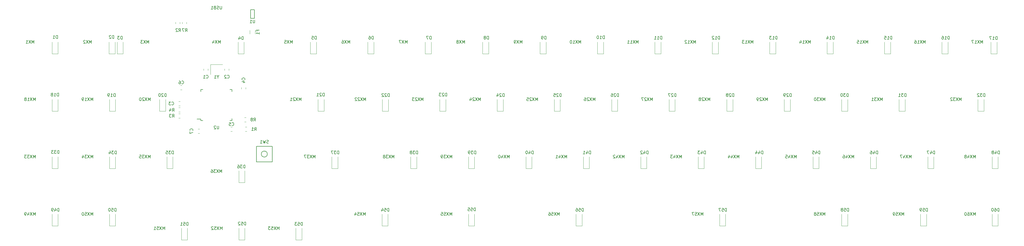
<source format=gbr>
G04 #@! TF.GenerationSoftware,KiCad,Pcbnew,(5.1.4-0-10_14)*
G04 #@! TF.CreationDate,2020-05-23T22:27:51-05:00*
G04 #@! TF.ProjectId,reverie,72657665-7269-4652-9e6b-696361645f70,rev?*
G04 #@! TF.SameCoordinates,Original*
G04 #@! TF.FileFunction,Legend,Bot*
G04 #@! TF.FilePolarity,Positive*
%FSLAX46Y46*%
G04 Gerber Fmt 4.6, Leading zero omitted, Abs format (unit mm)*
G04 Created by KiCad (PCBNEW (5.1.4-0-10_14)) date 2020-05-23 22:27:51*
%MOMM*%
%LPD*%
G04 APERTURE LIST*
%ADD10C,0.120000*%
%ADD11C,0.150000*%
G04 APERTURE END LIST*
D10*
X59638000Y-94610422D02*
X59638000Y-95127578D01*
X58218000Y-94610422D02*
X58218000Y-95127578D01*
X70791000Y-101350578D02*
X70791000Y-100833422D01*
X72211000Y-101350578D02*
X72211000Y-100833422D01*
X148066000Y-146776000D02*
X148066000Y-142876000D01*
X146066000Y-146776000D02*
X146066000Y-142876000D01*
X148066000Y-146776000D02*
X146066000Y-146776000D01*
X73512000Y-83025064D02*
X73512000Y-81820936D01*
X75332000Y-83025064D02*
X75332000Y-81820936D01*
X60484000Y-93219000D02*
X64484000Y-93219000D01*
X60484000Y-96519000D02*
X60484000Y-93219000D01*
D11*
X57309000Y-111280000D02*
X56034000Y-111280000D01*
X67659000Y-111855000D02*
X66984000Y-111855000D01*
X67659000Y-101505000D02*
X66984000Y-101505000D01*
X57309000Y-101505000D02*
X57984000Y-101505000D01*
X57309000Y-111855000D02*
X57984000Y-111855000D01*
X57309000Y-101505000D02*
X57309000Y-102180000D01*
X67659000Y-101505000D02*
X67659000Y-102180000D01*
X67659000Y-111855000D02*
X67659000Y-111180000D01*
X57309000Y-111855000D02*
X57309000Y-111280000D01*
X73772000Y-75004000D02*
X73772000Y-77904000D01*
X73772000Y-75004000D02*
X75072000Y-75004000D01*
X75072000Y-75004000D02*
X75072000Y-77904000D01*
X75072000Y-77904000D02*
X73772000Y-77904000D01*
X75759000Y-125536000D02*
X80959000Y-125536000D01*
X80959000Y-125536000D02*
X80959000Y-120336000D01*
X80959000Y-120336000D02*
X75759000Y-120336000D01*
X75759000Y-120336000D02*
X75759000Y-125536000D01*
X79359000Y-122936000D02*
G75*
G03X79359000Y-122936000I-1000000J0D01*
G01*
D10*
X72267578Y-112216000D02*
X71750422Y-112216000D01*
X72267578Y-110796000D02*
X71750422Y-110796000D01*
X51106000Y-79633578D02*
X51106000Y-79116422D01*
X52526000Y-79633578D02*
X52526000Y-79116422D01*
X50423578Y-108914000D02*
X49906422Y-108914000D01*
X50423578Y-107494000D02*
X49906422Y-107494000D01*
X50423578Y-110946000D02*
X49906422Y-110946000D01*
X50423578Y-109526000D02*
X49906422Y-109526000D01*
X48947000Y-79633578D02*
X48947000Y-79116422D01*
X50367000Y-79633578D02*
X50367000Y-79116422D01*
X72004422Y-113971000D02*
X72521578Y-113971000D01*
X72004422Y-115391000D02*
X72521578Y-115391000D01*
X321802000Y-146776000D02*
X321802000Y-142876000D01*
X319802000Y-146776000D02*
X319802000Y-142876000D01*
X321802000Y-146776000D02*
X319802000Y-146776000D01*
X298053000Y-146776000D02*
X298053000Y-142876000D01*
X296053000Y-146776000D02*
X296053000Y-142876000D01*
X298053000Y-146776000D02*
X296053000Y-146776000D01*
X271891000Y-146776000D02*
X271891000Y-142876000D01*
X269891000Y-146776000D02*
X269891000Y-142876000D01*
X271891000Y-146776000D02*
X269891000Y-146776000D01*
X231378000Y-146776000D02*
X231378000Y-142876000D01*
X229378000Y-146776000D02*
X229378000Y-142876000D01*
X231378000Y-146776000D02*
X229378000Y-146776000D01*
X183753000Y-146776000D02*
X183753000Y-142876000D01*
X181753000Y-146776000D02*
X181753000Y-142876000D01*
X183753000Y-146776000D02*
X181753000Y-146776000D01*
X119364000Y-146776000D02*
X119364000Y-142876000D01*
X117364000Y-146776000D02*
X117364000Y-142876000D01*
X119364000Y-146776000D02*
X117364000Y-146776000D01*
X90789000Y-151475000D02*
X90789000Y-147575000D01*
X88789000Y-151475000D02*
X88789000Y-147575000D01*
X90789000Y-151475000D02*
X88789000Y-151475000D01*
X71866000Y-151475000D02*
X71866000Y-147575000D01*
X69866000Y-151475000D02*
X69866000Y-147575000D01*
X71866000Y-151475000D02*
X69866000Y-151475000D01*
X52816000Y-151475000D02*
X52816000Y-147575000D01*
X50816000Y-151475000D02*
X50816000Y-147575000D01*
X52816000Y-151475000D02*
X50816000Y-151475000D01*
X28940000Y-146776000D02*
X28940000Y-142876000D01*
X26940000Y-146776000D02*
X26940000Y-142876000D01*
X28940000Y-146776000D02*
X26940000Y-146776000D01*
X9890000Y-146776000D02*
X9890000Y-142876000D01*
X7890000Y-146776000D02*
X7890000Y-142876000D01*
X9890000Y-146776000D02*
X7890000Y-146776000D01*
X321802000Y-127726000D02*
X321802000Y-123826000D01*
X319802000Y-127726000D02*
X319802000Y-123826000D01*
X321802000Y-127726000D02*
X319802000Y-127726000D01*
X300466000Y-127726000D02*
X300466000Y-123826000D01*
X298466000Y-127726000D02*
X298466000Y-123826000D01*
X300466000Y-127726000D02*
X298466000Y-127726000D01*
X281416000Y-127726000D02*
X281416000Y-123826000D01*
X279416000Y-127726000D02*
X279416000Y-123826000D01*
X281416000Y-127726000D02*
X279416000Y-127726000D01*
X262366000Y-127726000D02*
X262366000Y-123826000D01*
X260366000Y-127726000D02*
X260366000Y-123826000D01*
X262366000Y-127726000D02*
X260366000Y-127726000D01*
X243316000Y-127726000D02*
X243316000Y-123826000D01*
X241316000Y-127726000D02*
X241316000Y-123826000D01*
X243316000Y-127726000D02*
X241316000Y-127726000D01*
X224266000Y-127726000D02*
X224266000Y-123826000D01*
X222266000Y-127726000D02*
X222266000Y-123826000D01*
X224266000Y-127726000D02*
X222266000Y-127726000D01*
X205216000Y-127726000D02*
X205216000Y-123826000D01*
X203216000Y-127726000D02*
X203216000Y-123826000D01*
X205216000Y-127726000D02*
X203216000Y-127726000D01*
X186166000Y-127726000D02*
X186166000Y-123826000D01*
X184166000Y-127726000D02*
X184166000Y-123826000D01*
X186166000Y-127726000D02*
X184166000Y-127726000D01*
X167116000Y-127726000D02*
X167116000Y-123826000D01*
X165116000Y-127726000D02*
X165116000Y-123826000D01*
X167116000Y-127726000D02*
X165116000Y-127726000D01*
X148066000Y-127726000D02*
X148066000Y-123826000D01*
X146066000Y-127726000D02*
X146066000Y-123826000D01*
X148066000Y-127726000D02*
X146066000Y-127726000D01*
X128889000Y-127726000D02*
X128889000Y-123826000D01*
X126889000Y-127726000D02*
X126889000Y-123826000D01*
X128889000Y-127726000D02*
X126889000Y-127726000D01*
X102727000Y-127726000D02*
X102727000Y-123826000D01*
X100727000Y-127726000D02*
X100727000Y-123826000D01*
X102727000Y-127726000D02*
X100727000Y-127726000D01*
X71866000Y-132425000D02*
X71866000Y-128525000D01*
X69866000Y-132425000D02*
X69866000Y-128525000D01*
X71866000Y-132425000D02*
X69866000Y-132425000D01*
X47990000Y-127726000D02*
X47990000Y-123826000D01*
X45990000Y-127726000D02*
X45990000Y-123826000D01*
X47990000Y-127726000D02*
X45990000Y-127726000D01*
X28940000Y-127726000D02*
X28940000Y-123826000D01*
X26940000Y-127726000D02*
X26940000Y-123826000D01*
X28940000Y-127726000D02*
X26940000Y-127726000D01*
X9890000Y-127726000D02*
X9890000Y-123826000D01*
X7890000Y-127726000D02*
X7890000Y-123826000D01*
X9890000Y-127726000D02*
X7890000Y-127726000D01*
X317103000Y-108676000D02*
X317103000Y-104776000D01*
X315103000Y-108676000D02*
X315103000Y-104776000D01*
X317103000Y-108676000D02*
X315103000Y-108676000D01*
X290941000Y-108676000D02*
X290941000Y-104776000D01*
X288941000Y-108676000D02*
X288941000Y-104776000D01*
X290941000Y-108676000D02*
X288941000Y-108676000D01*
X271891000Y-108676000D02*
X271891000Y-104776000D01*
X269891000Y-108676000D02*
X269891000Y-104776000D01*
X271891000Y-108676000D02*
X269891000Y-108676000D01*
X252841000Y-108676000D02*
X252841000Y-104776000D01*
X250841000Y-108676000D02*
X250841000Y-104776000D01*
X252841000Y-108676000D02*
X250841000Y-108676000D01*
X233791000Y-108676000D02*
X233791000Y-104776000D01*
X231791000Y-108676000D02*
X231791000Y-104776000D01*
X233791000Y-108676000D02*
X231791000Y-108676000D01*
X214614000Y-108676000D02*
X214614000Y-104776000D01*
X212614000Y-108676000D02*
X212614000Y-104776000D01*
X214614000Y-108676000D02*
X212614000Y-108676000D01*
X195564000Y-108676000D02*
X195564000Y-104776000D01*
X193564000Y-108676000D02*
X193564000Y-104776000D01*
X195564000Y-108676000D02*
X193564000Y-108676000D01*
X176514000Y-108676000D02*
X176514000Y-104776000D01*
X174514000Y-108676000D02*
X174514000Y-104776000D01*
X176514000Y-108676000D02*
X174514000Y-108676000D01*
X157591000Y-108676000D02*
X157591000Y-104776000D01*
X155591000Y-108676000D02*
X155591000Y-104776000D01*
X157591000Y-108676000D02*
X155591000Y-108676000D01*
X138541000Y-108676000D02*
X138541000Y-104776000D01*
X136541000Y-108676000D02*
X136541000Y-104776000D01*
X138541000Y-108676000D02*
X136541000Y-108676000D01*
X119491000Y-108676000D02*
X119491000Y-104776000D01*
X117491000Y-108676000D02*
X117491000Y-104776000D01*
X119491000Y-108676000D02*
X117491000Y-108676000D01*
X98155000Y-108676000D02*
X98155000Y-104776000D01*
X96155000Y-108676000D02*
X96155000Y-104776000D01*
X98155000Y-108676000D02*
X96155000Y-108676000D01*
X45577000Y-108676000D02*
X45577000Y-104776000D01*
X43577000Y-108676000D02*
X43577000Y-104776000D01*
X45577000Y-108676000D02*
X43577000Y-108676000D01*
X28940000Y-108676000D02*
X28940000Y-104776000D01*
X26940000Y-108676000D02*
X26940000Y-104776000D01*
X28940000Y-108676000D02*
X26940000Y-108676000D01*
X9890000Y-108676000D02*
X9890000Y-104776000D01*
X7890000Y-108676000D02*
X7890000Y-104776000D01*
X9890000Y-108676000D02*
X7890000Y-108676000D01*
X321421000Y-89626000D02*
X321421000Y-85726000D01*
X319421000Y-89626000D02*
X319421000Y-85726000D01*
X321421000Y-89626000D02*
X319421000Y-89626000D01*
X305165000Y-89626000D02*
X305165000Y-85726000D01*
X303165000Y-89626000D02*
X303165000Y-85726000D01*
X305165000Y-89626000D02*
X303165000Y-89626000D01*
X286115000Y-89626000D02*
X286115000Y-85726000D01*
X284115000Y-89626000D02*
X284115000Y-85726000D01*
X286115000Y-89626000D02*
X284115000Y-89626000D01*
X267065000Y-89626000D02*
X267065000Y-85726000D01*
X265065000Y-89626000D02*
X265065000Y-85726000D01*
X267065000Y-89626000D02*
X265065000Y-89626000D01*
X248015000Y-89626000D02*
X248015000Y-85726000D01*
X246015000Y-89626000D02*
X246015000Y-85726000D01*
X248015000Y-89626000D02*
X246015000Y-89626000D01*
X228965000Y-89626000D02*
X228965000Y-85726000D01*
X226965000Y-89626000D02*
X226965000Y-85726000D01*
X228965000Y-89626000D02*
X226965000Y-89626000D01*
X209915000Y-89626000D02*
X209915000Y-85726000D01*
X207915000Y-89626000D02*
X207915000Y-85726000D01*
X209915000Y-89626000D02*
X207915000Y-89626000D01*
X190865000Y-89626000D02*
X190865000Y-85726000D01*
X188865000Y-89626000D02*
X188865000Y-85726000D01*
X190865000Y-89626000D02*
X188865000Y-89626000D01*
X171815000Y-89626000D02*
X171815000Y-85726000D01*
X169815000Y-89626000D02*
X169815000Y-85726000D01*
X171815000Y-89626000D02*
X169815000Y-89626000D01*
X152765000Y-89626000D02*
X152765000Y-85726000D01*
X150765000Y-89626000D02*
X150765000Y-85726000D01*
X152765000Y-89626000D02*
X150765000Y-89626000D01*
X133715000Y-89626000D02*
X133715000Y-85726000D01*
X131715000Y-89626000D02*
X131715000Y-85726000D01*
X133715000Y-89626000D02*
X131715000Y-89626000D01*
X114665000Y-89626000D02*
X114665000Y-85726000D01*
X112665000Y-89626000D02*
X112665000Y-85726000D01*
X114665000Y-89626000D02*
X112665000Y-89626000D01*
X95615000Y-89626000D02*
X95615000Y-85726000D01*
X93615000Y-89626000D02*
X93615000Y-85726000D01*
X95615000Y-89626000D02*
X93615000Y-89626000D01*
X71612000Y-89626000D02*
X71612000Y-85726000D01*
X69612000Y-89626000D02*
X69612000Y-85726000D01*
X71612000Y-89626000D02*
X69612000Y-89626000D01*
X31480000Y-89626000D02*
X31480000Y-85726000D01*
X29480000Y-89626000D02*
X29480000Y-85726000D01*
X31480000Y-89626000D02*
X29480000Y-89626000D01*
X28813000Y-89626000D02*
X28813000Y-85726000D01*
X26813000Y-89626000D02*
X26813000Y-85726000D01*
X28813000Y-89626000D02*
X26813000Y-89626000D01*
X9890000Y-89626000D02*
X9890000Y-85726000D01*
X7890000Y-89626000D02*
X7890000Y-85726000D01*
X9890000Y-89626000D02*
X7890000Y-89626000D01*
X56383422Y-116026000D02*
X56900578Y-116026000D01*
X56383422Y-114606000D02*
X56900578Y-114606000D01*
X51058578Y-101548000D02*
X50541422Y-101548000D01*
X51058578Y-100128000D02*
X50541422Y-100128000D01*
X67695578Y-113971000D02*
X67178422Y-113971000D01*
X67695578Y-115391000D02*
X67178422Y-115391000D01*
X50423578Y-106882000D02*
X49906422Y-106882000D01*
X50423578Y-105462000D02*
X49906422Y-105462000D01*
X65203000Y-95127578D02*
X65203000Y-94610422D01*
X66623000Y-95127578D02*
X66623000Y-94610422D01*
D11*
X223884904Y-143327380D02*
X223884904Y-142327380D01*
X223551571Y-143041666D01*
X223218238Y-142327380D01*
X223218238Y-143327380D01*
X222837285Y-142327380D02*
X222170619Y-143327380D01*
X222170619Y-142327380D02*
X222837285Y-143327380D01*
X221313476Y-142327380D02*
X221789666Y-142327380D01*
X221837285Y-142803571D01*
X221789666Y-142755952D01*
X221694428Y-142708333D01*
X221456333Y-142708333D01*
X221361095Y-142755952D01*
X221313476Y-142803571D01*
X221265857Y-142898809D01*
X221265857Y-143136904D01*
X221313476Y-143232142D01*
X221361095Y-143279761D01*
X221456333Y-143327380D01*
X221694428Y-143327380D01*
X221789666Y-143279761D01*
X221837285Y-143232142D01*
X220932523Y-142327380D02*
X220265857Y-142327380D01*
X220694428Y-143327380D01*
X176259904Y-143327380D02*
X176259904Y-142327380D01*
X175926571Y-143041666D01*
X175593238Y-142327380D01*
X175593238Y-143327380D01*
X175212285Y-142327380D02*
X174545619Y-143327380D01*
X174545619Y-142327380D02*
X175212285Y-143327380D01*
X173688476Y-142327380D02*
X174164666Y-142327380D01*
X174212285Y-142803571D01*
X174164666Y-142755952D01*
X174069428Y-142708333D01*
X173831333Y-142708333D01*
X173736095Y-142755952D01*
X173688476Y-142803571D01*
X173640857Y-142898809D01*
X173640857Y-143136904D01*
X173688476Y-143232142D01*
X173736095Y-143279761D01*
X173831333Y-143327380D01*
X174069428Y-143327380D01*
X174164666Y-143279761D01*
X174212285Y-143232142D01*
X172783714Y-142327380D02*
X172974190Y-142327380D01*
X173069428Y-142375000D01*
X173117047Y-142422619D01*
X173212285Y-142565476D01*
X173259904Y-142755952D01*
X173259904Y-143136904D01*
X173212285Y-143232142D01*
X173164666Y-143279761D01*
X173069428Y-143327380D01*
X172878952Y-143327380D01*
X172783714Y-143279761D01*
X172736095Y-143232142D01*
X172688476Y-143136904D01*
X172688476Y-142898809D01*
X172736095Y-142803571D01*
X172783714Y-142755952D01*
X172878952Y-142708333D01*
X173069428Y-142708333D01*
X173164666Y-142755952D01*
X173212285Y-142803571D01*
X173259904Y-142898809D01*
X63769714Y-86177380D02*
X63769714Y-85177380D01*
X63436380Y-85891666D01*
X63103047Y-85177380D01*
X63103047Y-86177380D01*
X62722095Y-85177380D02*
X62055428Y-86177380D01*
X62055428Y-85177380D02*
X62722095Y-86177380D01*
X61245904Y-85510714D02*
X61245904Y-86177380D01*
X61484000Y-85129761D02*
X61722095Y-85844047D01*
X61103047Y-85844047D01*
X59094666Y-97639142D02*
X59142285Y-97686761D01*
X59285142Y-97734380D01*
X59380380Y-97734380D01*
X59523238Y-97686761D01*
X59618476Y-97591523D01*
X59666095Y-97496285D01*
X59713714Y-97305809D01*
X59713714Y-97162952D01*
X59666095Y-96972476D01*
X59618476Y-96877238D01*
X59523238Y-96782000D01*
X59380380Y-96734380D01*
X59285142Y-96734380D01*
X59142285Y-96782000D01*
X59094666Y-96829619D01*
X58142285Y-97734380D02*
X58713714Y-97734380D01*
X58428000Y-97734380D02*
X58428000Y-96734380D01*
X58523238Y-96877238D01*
X58618476Y-96972476D01*
X58713714Y-97020095D01*
X71858142Y-98258333D02*
X71905761Y-98210714D01*
X71953380Y-98067857D01*
X71953380Y-97972619D01*
X71905761Y-97829761D01*
X71810523Y-97734523D01*
X71715285Y-97686904D01*
X71524809Y-97639285D01*
X71381952Y-97639285D01*
X71191476Y-97686904D01*
X71096238Y-97734523D01*
X71001000Y-97829761D01*
X70953380Y-97972619D01*
X70953380Y-98067857D01*
X71001000Y-98210714D01*
X71048619Y-98258333D01*
X71286714Y-99115476D02*
X71953380Y-99115476D01*
X70905761Y-98877380D02*
X71620047Y-98639285D01*
X71620047Y-99258333D01*
X20970714Y-86177380D02*
X20970714Y-85177380D01*
X20637380Y-85891666D01*
X20304047Y-85177380D01*
X20304047Y-86177380D01*
X19923095Y-85177380D02*
X19256428Y-86177380D01*
X19256428Y-85177380D02*
X19923095Y-86177380D01*
X18923095Y-85272619D02*
X18875476Y-85225000D01*
X18780238Y-85177380D01*
X18542142Y-85177380D01*
X18446904Y-85225000D01*
X18399285Y-85272619D01*
X18351666Y-85367857D01*
X18351666Y-85463095D01*
X18399285Y-85605952D01*
X18970714Y-86177380D01*
X18351666Y-86177380D01*
X314308904Y-124277380D02*
X314308904Y-123277380D01*
X313975571Y-123991666D01*
X313642238Y-123277380D01*
X313642238Y-124277380D01*
X313261285Y-123277380D02*
X312594619Y-124277380D01*
X312594619Y-123277380D02*
X313261285Y-124277380D01*
X311785095Y-123610714D02*
X311785095Y-124277380D01*
X312023190Y-123229761D02*
X312261285Y-123944047D01*
X311642238Y-123944047D01*
X311118428Y-123705952D02*
X311213666Y-123658333D01*
X311261285Y-123610714D01*
X311308904Y-123515476D01*
X311308904Y-123467857D01*
X311261285Y-123372619D01*
X311213666Y-123325000D01*
X311118428Y-123277380D01*
X310927952Y-123277380D01*
X310832714Y-123325000D01*
X310785095Y-123372619D01*
X310737476Y-123467857D01*
X310737476Y-123515476D01*
X310785095Y-123610714D01*
X310832714Y-123658333D01*
X310927952Y-123705952D01*
X311118428Y-123705952D01*
X311213666Y-123753571D01*
X311261285Y-123801190D01*
X311308904Y-123896428D01*
X311308904Y-124086904D01*
X311261285Y-124182142D01*
X311213666Y-124229761D01*
X311118428Y-124277380D01*
X310927952Y-124277380D01*
X310832714Y-124229761D01*
X310785095Y-124182142D01*
X310737476Y-124086904D01*
X310737476Y-123896428D01*
X310785095Y-123801190D01*
X310832714Y-123753571D01*
X310927952Y-123705952D01*
X148407285Y-141803380D02*
X148407285Y-140803380D01*
X148169190Y-140803380D01*
X148026333Y-140851000D01*
X147931095Y-140946238D01*
X147883476Y-141041476D01*
X147835857Y-141231952D01*
X147835857Y-141374809D01*
X147883476Y-141565285D01*
X147931095Y-141660523D01*
X148026333Y-141755761D01*
X148169190Y-141803380D01*
X148407285Y-141803380D01*
X146931095Y-140803380D02*
X147407285Y-140803380D01*
X147454904Y-141279571D01*
X147407285Y-141231952D01*
X147312047Y-141184333D01*
X147073952Y-141184333D01*
X146978714Y-141231952D01*
X146931095Y-141279571D01*
X146883476Y-141374809D01*
X146883476Y-141612904D01*
X146931095Y-141708142D01*
X146978714Y-141755761D01*
X147073952Y-141803380D01*
X147312047Y-141803380D01*
X147407285Y-141755761D01*
X147454904Y-141708142D01*
X145978714Y-140803380D02*
X146454904Y-140803380D01*
X146502523Y-141279571D01*
X146454904Y-141231952D01*
X146359666Y-141184333D01*
X146121571Y-141184333D01*
X146026333Y-141231952D01*
X145978714Y-141279571D01*
X145931095Y-141374809D01*
X145931095Y-141612904D01*
X145978714Y-141708142D01*
X146026333Y-141755761D01*
X146121571Y-141803380D01*
X146359666Y-141803380D01*
X146454904Y-141755761D01*
X146502523Y-141708142D01*
X309609904Y-105227380D02*
X309609904Y-104227380D01*
X309276571Y-104941666D01*
X308943238Y-104227380D01*
X308943238Y-105227380D01*
X308562285Y-104227380D02*
X307895619Y-105227380D01*
X307895619Y-104227380D02*
X308562285Y-105227380D01*
X307609904Y-104227380D02*
X306990857Y-104227380D01*
X307324190Y-104608333D01*
X307181333Y-104608333D01*
X307086095Y-104655952D01*
X307038476Y-104703571D01*
X306990857Y-104798809D01*
X306990857Y-105036904D01*
X307038476Y-105132142D01*
X307086095Y-105179761D01*
X307181333Y-105227380D01*
X307467047Y-105227380D01*
X307562285Y-105179761D01*
X307609904Y-105132142D01*
X306609904Y-104322619D02*
X306562285Y-104275000D01*
X306467047Y-104227380D01*
X306228952Y-104227380D01*
X306133714Y-104275000D01*
X306086095Y-104322619D01*
X306038476Y-104417857D01*
X306038476Y-104513095D01*
X306086095Y-104655952D01*
X306657523Y-105227380D01*
X306038476Y-105227380D01*
X95233904Y-124277380D02*
X95233904Y-123277380D01*
X94900571Y-123991666D01*
X94567238Y-123277380D01*
X94567238Y-124277380D01*
X94186285Y-123277380D02*
X93519619Y-124277380D01*
X93519619Y-123277380D02*
X94186285Y-124277380D01*
X93233904Y-123277380D02*
X92614857Y-123277380D01*
X92948190Y-123658333D01*
X92805333Y-123658333D01*
X92710095Y-123705952D01*
X92662476Y-123753571D01*
X92614857Y-123848809D01*
X92614857Y-124086904D01*
X92662476Y-124182142D01*
X92710095Y-124229761D01*
X92805333Y-124277380D01*
X93091047Y-124277380D01*
X93186285Y-124229761D01*
X93233904Y-124182142D01*
X92281523Y-123277380D02*
X91614857Y-123277380D01*
X92043428Y-124277380D01*
X90534904Y-105227380D02*
X90534904Y-104227380D01*
X90201571Y-104941666D01*
X89868238Y-104227380D01*
X89868238Y-105227380D01*
X89487285Y-104227380D02*
X88820619Y-105227380D01*
X88820619Y-104227380D02*
X89487285Y-105227380D01*
X88487285Y-104322619D02*
X88439666Y-104275000D01*
X88344428Y-104227380D01*
X88106333Y-104227380D01*
X88011095Y-104275000D01*
X87963476Y-104322619D01*
X87915857Y-104417857D01*
X87915857Y-104513095D01*
X87963476Y-104655952D01*
X88534904Y-105227380D01*
X87915857Y-105227380D01*
X86963476Y-105227380D02*
X87534904Y-105227380D01*
X87249190Y-105227380D02*
X87249190Y-104227380D01*
X87344428Y-104370238D01*
X87439666Y-104465476D01*
X87534904Y-104513095D01*
X76170571Y-82089666D02*
X76170571Y-81756333D01*
X76694380Y-81756333D02*
X75694380Y-81756333D01*
X75694380Y-82232523D01*
X76694380Y-83137285D02*
X76694380Y-82565857D01*
X76694380Y-82851571D02*
X75694380Y-82851571D01*
X75837238Y-82756333D01*
X75932476Y-82661095D01*
X75980095Y-82565857D01*
X62960190Y-97295190D02*
X62960190Y-97771380D01*
X63293523Y-96771380D02*
X62960190Y-97295190D01*
X62626857Y-96771380D01*
X61769714Y-97771380D02*
X62341142Y-97771380D01*
X62055428Y-97771380D02*
X62055428Y-96771380D01*
X62150666Y-96914238D01*
X62245904Y-97009476D01*
X62341142Y-97057095D01*
X64222095Y-73787380D02*
X64222095Y-74596904D01*
X64174476Y-74692142D01*
X64126857Y-74739761D01*
X64031619Y-74787380D01*
X63841142Y-74787380D01*
X63745904Y-74739761D01*
X63698285Y-74692142D01*
X63650666Y-74596904D01*
X63650666Y-73787380D01*
X63222095Y-74739761D02*
X63079238Y-74787380D01*
X62841142Y-74787380D01*
X62745904Y-74739761D01*
X62698285Y-74692142D01*
X62650666Y-74596904D01*
X62650666Y-74501666D01*
X62698285Y-74406428D01*
X62745904Y-74358809D01*
X62841142Y-74311190D01*
X63031619Y-74263571D01*
X63126857Y-74215952D01*
X63174476Y-74168333D01*
X63222095Y-74073095D01*
X63222095Y-73977857D01*
X63174476Y-73882619D01*
X63126857Y-73835000D01*
X63031619Y-73787380D01*
X62793523Y-73787380D01*
X62650666Y-73835000D01*
X61888761Y-74263571D02*
X61745904Y-74311190D01*
X61698285Y-74358809D01*
X61650666Y-74454047D01*
X61650666Y-74596904D01*
X61698285Y-74692142D01*
X61745904Y-74739761D01*
X61841142Y-74787380D01*
X62222095Y-74787380D01*
X62222095Y-73787380D01*
X61888761Y-73787380D01*
X61793523Y-73835000D01*
X61745904Y-73882619D01*
X61698285Y-73977857D01*
X61698285Y-74073095D01*
X61745904Y-74168333D01*
X61793523Y-74215952D01*
X61888761Y-74263571D01*
X62222095Y-74263571D01*
X60698285Y-74787380D02*
X61269714Y-74787380D01*
X60984000Y-74787380D02*
X60984000Y-73787380D01*
X61079238Y-73930238D01*
X61174476Y-74025476D01*
X61269714Y-74073095D01*
X63245904Y-113582380D02*
X63245904Y-114391904D01*
X63198285Y-114487142D01*
X63150666Y-114534761D01*
X63055428Y-114582380D01*
X62864952Y-114582380D01*
X62769714Y-114534761D01*
X62722095Y-114487142D01*
X62674476Y-114391904D01*
X62674476Y-113582380D01*
X62245904Y-113677619D02*
X62198285Y-113630000D01*
X62103047Y-113582380D01*
X61864952Y-113582380D01*
X61769714Y-113630000D01*
X61722095Y-113677619D01*
X61674476Y-113772857D01*
X61674476Y-113868095D01*
X61722095Y-114010952D01*
X62293523Y-114582380D01*
X61674476Y-114582380D01*
X75183904Y-78356380D02*
X75183904Y-79165904D01*
X75136285Y-79261142D01*
X75088666Y-79308761D01*
X74993428Y-79356380D01*
X74802952Y-79356380D01*
X74707714Y-79308761D01*
X74660095Y-79261142D01*
X74612476Y-79165904D01*
X74612476Y-78356380D01*
X73612476Y-79356380D02*
X74183904Y-79356380D01*
X73898190Y-79356380D02*
X73898190Y-78356380D01*
X73993428Y-78499238D01*
X74088666Y-78594476D01*
X74183904Y-78642095D01*
X79692333Y-119276761D02*
X79549476Y-119324380D01*
X79311380Y-119324380D01*
X79216142Y-119276761D01*
X79168523Y-119229142D01*
X79120904Y-119133904D01*
X79120904Y-119038666D01*
X79168523Y-118943428D01*
X79216142Y-118895809D01*
X79311380Y-118848190D01*
X79501857Y-118800571D01*
X79597095Y-118752952D01*
X79644714Y-118705333D01*
X79692333Y-118610095D01*
X79692333Y-118514857D01*
X79644714Y-118419619D01*
X79597095Y-118372000D01*
X79501857Y-118324380D01*
X79263761Y-118324380D01*
X79120904Y-118372000D01*
X78787571Y-118324380D02*
X78549476Y-119324380D01*
X78359000Y-118610095D01*
X78168523Y-119324380D01*
X77930428Y-118324380D01*
X77025666Y-119324380D02*
X77597095Y-119324380D01*
X77311380Y-119324380D02*
X77311380Y-118324380D01*
X77406619Y-118467238D01*
X77501857Y-118562476D01*
X77597095Y-118610095D01*
X74842666Y-111958380D02*
X75176000Y-111482190D01*
X75414095Y-111958380D02*
X75414095Y-110958380D01*
X75033142Y-110958380D01*
X74937904Y-111006000D01*
X74890285Y-111053619D01*
X74842666Y-111148857D01*
X74842666Y-111291714D01*
X74890285Y-111386952D01*
X74937904Y-111434571D01*
X75033142Y-111482190D01*
X75414095Y-111482190D01*
X74271238Y-111386952D02*
X74366476Y-111339333D01*
X74414095Y-111291714D01*
X74461714Y-111196476D01*
X74461714Y-111148857D01*
X74414095Y-111053619D01*
X74366476Y-111006000D01*
X74271238Y-110958380D01*
X74080761Y-110958380D01*
X73985523Y-111006000D01*
X73937904Y-111053619D01*
X73890285Y-111148857D01*
X73890285Y-111196476D01*
X73937904Y-111291714D01*
X73985523Y-111339333D01*
X74080761Y-111386952D01*
X74271238Y-111386952D01*
X74366476Y-111434571D01*
X74414095Y-111482190D01*
X74461714Y-111577428D01*
X74461714Y-111767904D01*
X74414095Y-111863142D01*
X74366476Y-111910761D01*
X74271238Y-111958380D01*
X74080761Y-111958380D01*
X73985523Y-111910761D01*
X73937904Y-111863142D01*
X73890285Y-111767904D01*
X73890285Y-111577428D01*
X73937904Y-111482190D01*
X73985523Y-111434571D01*
X74080761Y-111386952D01*
X52109666Y-82240380D02*
X52443000Y-81764190D01*
X52681095Y-82240380D02*
X52681095Y-81240380D01*
X52300142Y-81240380D01*
X52204904Y-81288000D01*
X52157285Y-81335619D01*
X52109666Y-81430857D01*
X52109666Y-81573714D01*
X52157285Y-81668952D01*
X52204904Y-81716571D01*
X52300142Y-81764190D01*
X52681095Y-81764190D01*
X51776333Y-81240380D02*
X51109666Y-81240380D01*
X51538238Y-82240380D01*
X47791666Y-108783380D02*
X48125000Y-108307190D01*
X48363095Y-108783380D02*
X48363095Y-107783380D01*
X47982142Y-107783380D01*
X47886904Y-107831000D01*
X47839285Y-107878619D01*
X47791666Y-107973857D01*
X47791666Y-108116714D01*
X47839285Y-108211952D01*
X47886904Y-108259571D01*
X47982142Y-108307190D01*
X48363095Y-108307190D01*
X46934523Y-108116714D02*
X46934523Y-108783380D01*
X47172619Y-107735761D02*
X47410714Y-108450047D01*
X46791666Y-108450047D01*
X47791666Y-110688380D02*
X48125000Y-110212190D01*
X48363095Y-110688380D02*
X48363095Y-109688380D01*
X47982142Y-109688380D01*
X47886904Y-109736000D01*
X47839285Y-109783619D01*
X47791666Y-109878857D01*
X47791666Y-110021714D01*
X47839285Y-110116952D01*
X47886904Y-110164571D01*
X47982142Y-110212190D01*
X48363095Y-110212190D01*
X47458333Y-109688380D02*
X46839285Y-109688380D01*
X47172619Y-110069333D01*
X47029761Y-110069333D01*
X46934523Y-110116952D01*
X46886904Y-110164571D01*
X46839285Y-110259809D01*
X46839285Y-110497904D01*
X46886904Y-110593142D01*
X46934523Y-110640761D01*
X47029761Y-110688380D01*
X47315476Y-110688380D01*
X47410714Y-110640761D01*
X47458333Y-110593142D01*
X49950666Y-82240380D02*
X50284000Y-81764190D01*
X50522095Y-82240380D02*
X50522095Y-81240380D01*
X50141142Y-81240380D01*
X50045904Y-81288000D01*
X49998285Y-81335619D01*
X49950666Y-81430857D01*
X49950666Y-81573714D01*
X49998285Y-81668952D01*
X50045904Y-81716571D01*
X50141142Y-81764190D01*
X50522095Y-81764190D01*
X49569714Y-81335619D02*
X49522095Y-81288000D01*
X49426857Y-81240380D01*
X49188761Y-81240380D01*
X49093523Y-81288000D01*
X49045904Y-81335619D01*
X48998285Y-81430857D01*
X48998285Y-81526095D01*
X49045904Y-81668952D01*
X49617333Y-82240380D01*
X48998285Y-82240380D01*
X75096666Y-115133380D02*
X75430000Y-114657190D01*
X75668095Y-115133380D02*
X75668095Y-114133380D01*
X75287142Y-114133380D01*
X75191904Y-114181000D01*
X75144285Y-114228619D01*
X75096666Y-114323857D01*
X75096666Y-114466714D01*
X75144285Y-114561952D01*
X75191904Y-114609571D01*
X75287142Y-114657190D01*
X75668095Y-114657190D01*
X74144285Y-115133380D02*
X74715714Y-115133380D01*
X74430000Y-115133380D02*
X74430000Y-114133380D01*
X74525238Y-114276238D01*
X74620476Y-114371476D01*
X74715714Y-114419095D01*
X314308904Y-143327380D02*
X314308904Y-142327380D01*
X313975571Y-143041666D01*
X313642238Y-142327380D01*
X313642238Y-143327380D01*
X313261285Y-142327380D02*
X312594619Y-143327380D01*
X312594619Y-142327380D02*
X313261285Y-143327380D01*
X311785095Y-142327380D02*
X311975571Y-142327380D01*
X312070809Y-142375000D01*
X312118428Y-142422619D01*
X312213666Y-142565476D01*
X312261285Y-142755952D01*
X312261285Y-143136904D01*
X312213666Y-143232142D01*
X312166047Y-143279761D01*
X312070809Y-143327380D01*
X311880333Y-143327380D01*
X311785095Y-143279761D01*
X311737476Y-143232142D01*
X311689857Y-143136904D01*
X311689857Y-142898809D01*
X311737476Y-142803571D01*
X311785095Y-142755952D01*
X311880333Y-142708333D01*
X312070809Y-142708333D01*
X312166047Y-142755952D01*
X312213666Y-142803571D01*
X312261285Y-142898809D01*
X311070809Y-142327380D02*
X310975571Y-142327380D01*
X310880333Y-142375000D01*
X310832714Y-142422619D01*
X310785095Y-142517857D01*
X310737476Y-142708333D01*
X310737476Y-142946428D01*
X310785095Y-143136904D01*
X310832714Y-143232142D01*
X310880333Y-143279761D01*
X310975571Y-143327380D01*
X311070809Y-143327380D01*
X311166047Y-143279761D01*
X311213666Y-143232142D01*
X311261285Y-143136904D01*
X311308904Y-142946428D01*
X311308904Y-142708333D01*
X311261285Y-142517857D01*
X311213666Y-142422619D01*
X311166047Y-142375000D01*
X311070809Y-142327380D01*
X290559904Y-143327380D02*
X290559904Y-142327380D01*
X290226571Y-143041666D01*
X289893238Y-142327380D01*
X289893238Y-143327380D01*
X289512285Y-142327380D02*
X288845619Y-143327380D01*
X288845619Y-142327380D02*
X289512285Y-143327380D01*
X287988476Y-142327380D02*
X288464666Y-142327380D01*
X288512285Y-142803571D01*
X288464666Y-142755952D01*
X288369428Y-142708333D01*
X288131333Y-142708333D01*
X288036095Y-142755952D01*
X287988476Y-142803571D01*
X287940857Y-142898809D01*
X287940857Y-143136904D01*
X287988476Y-143232142D01*
X288036095Y-143279761D01*
X288131333Y-143327380D01*
X288369428Y-143327380D01*
X288464666Y-143279761D01*
X288512285Y-143232142D01*
X287464666Y-143327380D02*
X287274190Y-143327380D01*
X287178952Y-143279761D01*
X287131333Y-143232142D01*
X287036095Y-143089285D01*
X286988476Y-142898809D01*
X286988476Y-142517857D01*
X287036095Y-142422619D01*
X287083714Y-142375000D01*
X287178952Y-142327380D01*
X287369428Y-142327380D01*
X287464666Y-142375000D01*
X287512285Y-142422619D01*
X287559904Y-142517857D01*
X287559904Y-142755952D01*
X287512285Y-142851190D01*
X287464666Y-142898809D01*
X287369428Y-142946428D01*
X287178952Y-142946428D01*
X287083714Y-142898809D01*
X287036095Y-142851190D01*
X286988476Y-142755952D01*
X264397904Y-143327380D02*
X264397904Y-142327380D01*
X264064571Y-143041666D01*
X263731238Y-142327380D01*
X263731238Y-143327380D01*
X263350285Y-142327380D02*
X262683619Y-143327380D01*
X262683619Y-142327380D02*
X263350285Y-143327380D01*
X261826476Y-142327380D02*
X262302666Y-142327380D01*
X262350285Y-142803571D01*
X262302666Y-142755952D01*
X262207428Y-142708333D01*
X261969333Y-142708333D01*
X261874095Y-142755952D01*
X261826476Y-142803571D01*
X261778857Y-142898809D01*
X261778857Y-143136904D01*
X261826476Y-143232142D01*
X261874095Y-143279761D01*
X261969333Y-143327380D01*
X262207428Y-143327380D01*
X262302666Y-143279761D01*
X262350285Y-143232142D01*
X261207428Y-142755952D02*
X261302666Y-142708333D01*
X261350285Y-142660714D01*
X261397904Y-142565476D01*
X261397904Y-142517857D01*
X261350285Y-142422619D01*
X261302666Y-142375000D01*
X261207428Y-142327380D01*
X261016952Y-142327380D01*
X260921714Y-142375000D01*
X260874095Y-142422619D01*
X260826476Y-142517857D01*
X260826476Y-142565476D01*
X260874095Y-142660714D01*
X260921714Y-142708333D01*
X261016952Y-142755952D01*
X261207428Y-142755952D01*
X261302666Y-142803571D01*
X261350285Y-142851190D01*
X261397904Y-142946428D01*
X261397904Y-143136904D01*
X261350285Y-143232142D01*
X261302666Y-143279761D01*
X261207428Y-143327380D01*
X261016952Y-143327380D01*
X260921714Y-143279761D01*
X260874095Y-143232142D01*
X260826476Y-143136904D01*
X260826476Y-142946428D01*
X260874095Y-142851190D01*
X260921714Y-142803571D01*
X261016952Y-142755952D01*
X140572904Y-143327380D02*
X140572904Y-142327380D01*
X140239571Y-143041666D01*
X139906238Y-142327380D01*
X139906238Y-143327380D01*
X139525285Y-142327380D02*
X138858619Y-143327380D01*
X138858619Y-142327380D02*
X139525285Y-143327380D01*
X138001476Y-142327380D02*
X138477666Y-142327380D01*
X138525285Y-142803571D01*
X138477666Y-142755952D01*
X138382428Y-142708333D01*
X138144333Y-142708333D01*
X138049095Y-142755952D01*
X138001476Y-142803571D01*
X137953857Y-142898809D01*
X137953857Y-143136904D01*
X138001476Y-143232142D01*
X138049095Y-143279761D01*
X138144333Y-143327380D01*
X138382428Y-143327380D01*
X138477666Y-143279761D01*
X138525285Y-143232142D01*
X137049095Y-142327380D02*
X137525285Y-142327380D01*
X137572904Y-142803571D01*
X137525285Y-142755952D01*
X137430047Y-142708333D01*
X137191952Y-142708333D01*
X137096714Y-142755952D01*
X137049095Y-142803571D01*
X137001476Y-142898809D01*
X137001476Y-143136904D01*
X137049095Y-143232142D01*
X137096714Y-143279761D01*
X137191952Y-143327380D01*
X137430047Y-143327380D01*
X137525285Y-143279761D01*
X137572904Y-143232142D01*
X111870904Y-143327380D02*
X111870904Y-142327380D01*
X111537571Y-143041666D01*
X111204238Y-142327380D01*
X111204238Y-143327380D01*
X110823285Y-142327380D02*
X110156619Y-143327380D01*
X110156619Y-142327380D02*
X110823285Y-143327380D01*
X109299476Y-142327380D02*
X109775666Y-142327380D01*
X109823285Y-142803571D01*
X109775666Y-142755952D01*
X109680428Y-142708333D01*
X109442333Y-142708333D01*
X109347095Y-142755952D01*
X109299476Y-142803571D01*
X109251857Y-142898809D01*
X109251857Y-143136904D01*
X109299476Y-143232142D01*
X109347095Y-143279761D01*
X109442333Y-143327380D01*
X109680428Y-143327380D01*
X109775666Y-143279761D01*
X109823285Y-143232142D01*
X108394714Y-142660714D02*
X108394714Y-143327380D01*
X108632809Y-142279761D02*
X108870904Y-142994047D01*
X108251857Y-142994047D01*
X83295904Y-148026380D02*
X83295904Y-147026380D01*
X82962571Y-147740666D01*
X82629238Y-147026380D01*
X82629238Y-148026380D01*
X82248285Y-147026380D02*
X81581619Y-148026380D01*
X81581619Y-147026380D02*
X82248285Y-148026380D01*
X80724476Y-147026380D02*
X81200666Y-147026380D01*
X81248285Y-147502571D01*
X81200666Y-147454952D01*
X81105428Y-147407333D01*
X80867333Y-147407333D01*
X80772095Y-147454952D01*
X80724476Y-147502571D01*
X80676857Y-147597809D01*
X80676857Y-147835904D01*
X80724476Y-147931142D01*
X80772095Y-147978761D01*
X80867333Y-148026380D01*
X81105428Y-148026380D01*
X81200666Y-147978761D01*
X81248285Y-147931142D01*
X80343523Y-147026380D02*
X79724476Y-147026380D01*
X80057809Y-147407333D01*
X79914952Y-147407333D01*
X79819714Y-147454952D01*
X79772095Y-147502571D01*
X79724476Y-147597809D01*
X79724476Y-147835904D01*
X79772095Y-147931142D01*
X79819714Y-147978761D01*
X79914952Y-148026380D01*
X80200666Y-148026380D01*
X80295904Y-147978761D01*
X80343523Y-147931142D01*
X64372904Y-148026380D02*
X64372904Y-147026380D01*
X64039571Y-147740666D01*
X63706238Y-147026380D01*
X63706238Y-148026380D01*
X63325285Y-147026380D02*
X62658619Y-148026380D01*
X62658619Y-147026380D02*
X63325285Y-148026380D01*
X61801476Y-147026380D02*
X62277666Y-147026380D01*
X62325285Y-147502571D01*
X62277666Y-147454952D01*
X62182428Y-147407333D01*
X61944333Y-147407333D01*
X61849095Y-147454952D01*
X61801476Y-147502571D01*
X61753857Y-147597809D01*
X61753857Y-147835904D01*
X61801476Y-147931142D01*
X61849095Y-147978761D01*
X61944333Y-148026380D01*
X62182428Y-148026380D01*
X62277666Y-147978761D01*
X62325285Y-147931142D01*
X61372904Y-147121619D02*
X61325285Y-147074000D01*
X61230047Y-147026380D01*
X60991952Y-147026380D01*
X60896714Y-147074000D01*
X60849095Y-147121619D01*
X60801476Y-147216857D01*
X60801476Y-147312095D01*
X60849095Y-147454952D01*
X61420523Y-148026380D01*
X60801476Y-148026380D01*
X45322904Y-148026380D02*
X45322904Y-147026380D01*
X44989571Y-147740666D01*
X44656238Y-147026380D01*
X44656238Y-148026380D01*
X44275285Y-147026380D02*
X43608619Y-148026380D01*
X43608619Y-147026380D02*
X44275285Y-148026380D01*
X42751476Y-147026380D02*
X43227666Y-147026380D01*
X43275285Y-147502571D01*
X43227666Y-147454952D01*
X43132428Y-147407333D01*
X42894333Y-147407333D01*
X42799095Y-147454952D01*
X42751476Y-147502571D01*
X42703857Y-147597809D01*
X42703857Y-147835904D01*
X42751476Y-147931142D01*
X42799095Y-147978761D01*
X42894333Y-148026380D01*
X43132428Y-148026380D01*
X43227666Y-147978761D01*
X43275285Y-147931142D01*
X41751476Y-148026380D02*
X42322904Y-148026380D01*
X42037190Y-148026380D02*
X42037190Y-147026380D01*
X42132428Y-147169238D01*
X42227666Y-147264476D01*
X42322904Y-147312095D01*
X21446904Y-143327380D02*
X21446904Y-142327380D01*
X21113571Y-143041666D01*
X20780238Y-142327380D01*
X20780238Y-143327380D01*
X20399285Y-142327380D02*
X19732619Y-143327380D01*
X19732619Y-142327380D02*
X20399285Y-143327380D01*
X18875476Y-142327380D02*
X19351666Y-142327380D01*
X19399285Y-142803571D01*
X19351666Y-142755952D01*
X19256428Y-142708333D01*
X19018333Y-142708333D01*
X18923095Y-142755952D01*
X18875476Y-142803571D01*
X18827857Y-142898809D01*
X18827857Y-143136904D01*
X18875476Y-143232142D01*
X18923095Y-143279761D01*
X19018333Y-143327380D01*
X19256428Y-143327380D01*
X19351666Y-143279761D01*
X19399285Y-143232142D01*
X18208809Y-142327380D02*
X18113571Y-142327380D01*
X18018333Y-142375000D01*
X17970714Y-142422619D01*
X17923095Y-142517857D01*
X17875476Y-142708333D01*
X17875476Y-142946428D01*
X17923095Y-143136904D01*
X17970714Y-143232142D01*
X18018333Y-143279761D01*
X18113571Y-143327380D01*
X18208809Y-143327380D01*
X18304047Y-143279761D01*
X18351666Y-143232142D01*
X18399285Y-143136904D01*
X18446904Y-142946428D01*
X18446904Y-142708333D01*
X18399285Y-142517857D01*
X18351666Y-142422619D01*
X18304047Y-142375000D01*
X18208809Y-142327380D01*
X2396904Y-143327380D02*
X2396904Y-142327380D01*
X2063571Y-143041666D01*
X1730238Y-142327380D01*
X1730238Y-143327380D01*
X1349285Y-142327380D02*
X682619Y-143327380D01*
X682619Y-142327380D02*
X1349285Y-143327380D01*
X-126904Y-142660714D02*
X-126904Y-143327380D01*
X111190Y-142279761D02*
X349285Y-142994047D01*
X-269761Y-142994047D01*
X-698333Y-143327380D02*
X-888809Y-143327380D01*
X-984047Y-143279761D01*
X-1031666Y-143232142D01*
X-1126904Y-143089285D01*
X-1174523Y-142898809D01*
X-1174523Y-142517857D01*
X-1126904Y-142422619D01*
X-1079285Y-142375000D01*
X-984047Y-142327380D01*
X-793571Y-142327380D01*
X-698333Y-142375000D01*
X-650714Y-142422619D01*
X-603095Y-142517857D01*
X-603095Y-142755952D01*
X-650714Y-142851190D01*
X-698333Y-142898809D01*
X-793571Y-142946428D01*
X-984047Y-142946428D01*
X-1079285Y-142898809D01*
X-1126904Y-142851190D01*
X-1174523Y-142755952D01*
X292972904Y-124277380D02*
X292972904Y-123277380D01*
X292639571Y-123991666D01*
X292306238Y-123277380D01*
X292306238Y-124277380D01*
X291925285Y-123277380D02*
X291258619Y-124277380D01*
X291258619Y-123277380D02*
X291925285Y-124277380D01*
X290449095Y-123610714D02*
X290449095Y-124277380D01*
X290687190Y-123229761D02*
X290925285Y-123944047D01*
X290306238Y-123944047D01*
X290020523Y-123277380D02*
X289353857Y-123277380D01*
X289782428Y-124277380D01*
X273922904Y-124277380D02*
X273922904Y-123277380D01*
X273589571Y-123991666D01*
X273256238Y-123277380D01*
X273256238Y-124277380D01*
X272875285Y-123277380D02*
X272208619Y-124277380D01*
X272208619Y-123277380D02*
X272875285Y-124277380D01*
X271399095Y-123610714D02*
X271399095Y-124277380D01*
X271637190Y-123229761D02*
X271875285Y-123944047D01*
X271256238Y-123944047D01*
X270446714Y-123277380D02*
X270637190Y-123277380D01*
X270732428Y-123325000D01*
X270780047Y-123372619D01*
X270875285Y-123515476D01*
X270922904Y-123705952D01*
X270922904Y-124086904D01*
X270875285Y-124182142D01*
X270827666Y-124229761D01*
X270732428Y-124277380D01*
X270541952Y-124277380D01*
X270446714Y-124229761D01*
X270399095Y-124182142D01*
X270351476Y-124086904D01*
X270351476Y-123848809D01*
X270399095Y-123753571D01*
X270446714Y-123705952D01*
X270541952Y-123658333D01*
X270732428Y-123658333D01*
X270827666Y-123705952D01*
X270875285Y-123753571D01*
X270922904Y-123848809D01*
X254872904Y-124277380D02*
X254872904Y-123277380D01*
X254539571Y-123991666D01*
X254206238Y-123277380D01*
X254206238Y-124277380D01*
X253825285Y-123277380D02*
X253158619Y-124277380D01*
X253158619Y-123277380D02*
X253825285Y-124277380D01*
X252349095Y-123610714D02*
X252349095Y-124277380D01*
X252587190Y-123229761D02*
X252825285Y-123944047D01*
X252206238Y-123944047D01*
X251349095Y-123277380D02*
X251825285Y-123277380D01*
X251872904Y-123753571D01*
X251825285Y-123705952D01*
X251730047Y-123658333D01*
X251491952Y-123658333D01*
X251396714Y-123705952D01*
X251349095Y-123753571D01*
X251301476Y-123848809D01*
X251301476Y-124086904D01*
X251349095Y-124182142D01*
X251396714Y-124229761D01*
X251491952Y-124277380D01*
X251730047Y-124277380D01*
X251825285Y-124229761D01*
X251872904Y-124182142D01*
X235822904Y-124277380D02*
X235822904Y-123277380D01*
X235489571Y-123991666D01*
X235156238Y-123277380D01*
X235156238Y-124277380D01*
X234775285Y-123277380D02*
X234108619Y-124277380D01*
X234108619Y-123277380D02*
X234775285Y-124277380D01*
X233299095Y-123610714D02*
X233299095Y-124277380D01*
X233537190Y-123229761D02*
X233775285Y-123944047D01*
X233156238Y-123944047D01*
X232346714Y-123610714D02*
X232346714Y-124277380D01*
X232584809Y-123229761D02*
X232822904Y-123944047D01*
X232203857Y-123944047D01*
X216772904Y-124277380D02*
X216772904Y-123277380D01*
X216439571Y-123991666D01*
X216106238Y-123277380D01*
X216106238Y-124277380D01*
X215725285Y-123277380D02*
X215058619Y-124277380D01*
X215058619Y-123277380D02*
X215725285Y-124277380D01*
X214249095Y-123610714D02*
X214249095Y-124277380D01*
X214487190Y-123229761D02*
X214725285Y-123944047D01*
X214106238Y-123944047D01*
X213820523Y-123277380D02*
X213201476Y-123277380D01*
X213534809Y-123658333D01*
X213391952Y-123658333D01*
X213296714Y-123705952D01*
X213249095Y-123753571D01*
X213201476Y-123848809D01*
X213201476Y-124086904D01*
X213249095Y-124182142D01*
X213296714Y-124229761D01*
X213391952Y-124277380D01*
X213677666Y-124277380D01*
X213772904Y-124229761D01*
X213820523Y-124182142D01*
X197722904Y-124277380D02*
X197722904Y-123277380D01*
X197389571Y-123991666D01*
X197056238Y-123277380D01*
X197056238Y-124277380D01*
X196675285Y-123277380D02*
X196008619Y-124277380D01*
X196008619Y-123277380D02*
X196675285Y-124277380D01*
X195199095Y-123610714D02*
X195199095Y-124277380D01*
X195437190Y-123229761D02*
X195675285Y-123944047D01*
X195056238Y-123944047D01*
X194722904Y-123372619D02*
X194675285Y-123325000D01*
X194580047Y-123277380D01*
X194341952Y-123277380D01*
X194246714Y-123325000D01*
X194199095Y-123372619D01*
X194151476Y-123467857D01*
X194151476Y-123563095D01*
X194199095Y-123705952D01*
X194770523Y-124277380D01*
X194151476Y-124277380D01*
X178672904Y-124277380D02*
X178672904Y-123277380D01*
X178339571Y-123991666D01*
X178006238Y-123277380D01*
X178006238Y-124277380D01*
X177625285Y-123277380D02*
X176958619Y-124277380D01*
X176958619Y-123277380D02*
X177625285Y-124277380D01*
X176149095Y-123610714D02*
X176149095Y-124277380D01*
X176387190Y-123229761D02*
X176625285Y-123944047D01*
X176006238Y-123944047D01*
X175101476Y-124277380D02*
X175672904Y-124277380D01*
X175387190Y-124277380D02*
X175387190Y-123277380D01*
X175482428Y-123420238D01*
X175577666Y-123515476D01*
X175672904Y-123563095D01*
X159622904Y-124277380D02*
X159622904Y-123277380D01*
X159289571Y-123991666D01*
X158956238Y-123277380D01*
X158956238Y-124277380D01*
X158575285Y-123277380D02*
X157908619Y-124277380D01*
X157908619Y-123277380D02*
X158575285Y-124277380D01*
X157099095Y-123610714D02*
X157099095Y-124277380D01*
X157337190Y-123229761D02*
X157575285Y-123944047D01*
X156956238Y-123944047D01*
X156384809Y-123277380D02*
X156289571Y-123277380D01*
X156194333Y-123325000D01*
X156146714Y-123372619D01*
X156099095Y-123467857D01*
X156051476Y-123658333D01*
X156051476Y-123896428D01*
X156099095Y-124086904D01*
X156146714Y-124182142D01*
X156194333Y-124229761D01*
X156289571Y-124277380D01*
X156384809Y-124277380D01*
X156480047Y-124229761D01*
X156527666Y-124182142D01*
X156575285Y-124086904D01*
X156622904Y-123896428D01*
X156622904Y-123658333D01*
X156575285Y-123467857D01*
X156527666Y-123372619D01*
X156480047Y-123325000D01*
X156384809Y-123277380D01*
X140572904Y-124277380D02*
X140572904Y-123277380D01*
X140239571Y-123991666D01*
X139906238Y-123277380D01*
X139906238Y-124277380D01*
X139525285Y-123277380D02*
X138858619Y-124277380D01*
X138858619Y-123277380D02*
X139525285Y-124277380D01*
X138572904Y-123277380D02*
X137953857Y-123277380D01*
X138287190Y-123658333D01*
X138144333Y-123658333D01*
X138049095Y-123705952D01*
X138001476Y-123753571D01*
X137953857Y-123848809D01*
X137953857Y-124086904D01*
X138001476Y-124182142D01*
X138049095Y-124229761D01*
X138144333Y-124277380D01*
X138430047Y-124277380D01*
X138525285Y-124229761D01*
X138572904Y-124182142D01*
X137477666Y-124277380D02*
X137287190Y-124277380D01*
X137191952Y-124229761D01*
X137144333Y-124182142D01*
X137049095Y-124039285D01*
X137001476Y-123848809D01*
X137001476Y-123467857D01*
X137049095Y-123372619D01*
X137096714Y-123325000D01*
X137191952Y-123277380D01*
X137382428Y-123277380D01*
X137477666Y-123325000D01*
X137525285Y-123372619D01*
X137572904Y-123467857D01*
X137572904Y-123705952D01*
X137525285Y-123801190D01*
X137477666Y-123848809D01*
X137382428Y-123896428D01*
X137191952Y-123896428D01*
X137096714Y-123848809D01*
X137049095Y-123801190D01*
X137001476Y-123705952D01*
X121395904Y-124277380D02*
X121395904Y-123277380D01*
X121062571Y-123991666D01*
X120729238Y-123277380D01*
X120729238Y-124277380D01*
X120348285Y-123277380D02*
X119681619Y-124277380D01*
X119681619Y-123277380D02*
X120348285Y-124277380D01*
X119395904Y-123277380D02*
X118776857Y-123277380D01*
X119110190Y-123658333D01*
X118967333Y-123658333D01*
X118872095Y-123705952D01*
X118824476Y-123753571D01*
X118776857Y-123848809D01*
X118776857Y-124086904D01*
X118824476Y-124182142D01*
X118872095Y-124229761D01*
X118967333Y-124277380D01*
X119253047Y-124277380D01*
X119348285Y-124229761D01*
X119395904Y-124182142D01*
X118205428Y-123705952D02*
X118300666Y-123658333D01*
X118348285Y-123610714D01*
X118395904Y-123515476D01*
X118395904Y-123467857D01*
X118348285Y-123372619D01*
X118300666Y-123325000D01*
X118205428Y-123277380D01*
X118014952Y-123277380D01*
X117919714Y-123325000D01*
X117872095Y-123372619D01*
X117824476Y-123467857D01*
X117824476Y-123515476D01*
X117872095Y-123610714D01*
X117919714Y-123658333D01*
X118014952Y-123705952D01*
X118205428Y-123705952D01*
X118300666Y-123753571D01*
X118348285Y-123801190D01*
X118395904Y-123896428D01*
X118395904Y-124086904D01*
X118348285Y-124182142D01*
X118300666Y-124229761D01*
X118205428Y-124277380D01*
X118014952Y-124277380D01*
X117919714Y-124229761D01*
X117872095Y-124182142D01*
X117824476Y-124086904D01*
X117824476Y-123896428D01*
X117872095Y-123801190D01*
X117919714Y-123753571D01*
X118014952Y-123705952D01*
X64245904Y-129103380D02*
X64245904Y-128103380D01*
X63912571Y-128817666D01*
X63579238Y-128103380D01*
X63579238Y-129103380D01*
X63198285Y-128103380D02*
X62531619Y-129103380D01*
X62531619Y-128103380D02*
X63198285Y-129103380D01*
X62245904Y-128103380D02*
X61626857Y-128103380D01*
X61960190Y-128484333D01*
X61817333Y-128484333D01*
X61722095Y-128531952D01*
X61674476Y-128579571D01*
X61626857Y-128674809D01*
X61626857Y-128912904D01*
X61674476Y-129008142D01*
X61722095Y-129055761D01*
X61817333Y-129103380D01*
X62103047Y-129103380D01*
X62198285Y-129055761D01*
X62245904Y-129008142D01*
X60769714Y-128103380D02*
X60960190Y-128103380D01*
X61055428Y-128151000D01*
X61103047Y-128198619D01*
X61198285Y-128341476D01*
X61245904Y-128531952D01*
X61245904Y-128912904D01*
X61198285Y-129008142D01*
X61150666Y-129055761D01*
X61055428Y-129103380D01*
X60864952Y-129103380D01*
X60769714Y-129055761D01*
X60722095Y-129008142D01*
X60674476Y-128912904D01*
X60674476Y-128674809D01*
X60722095Y-128579571D01*
X60769714Y-128531952D01*
X60864952Y-128484333D01*
X61055428Y-128484333D01*
X61150666Y-128531952D01*
X61198285Y-128579571D01*
X61245904Y-128674809D01*
X40496904Y-124277380D02*
X40496904Y-123277380D01*
X40163571Y-123991666D01*
X39830238Y-123277380D01*
X39830238Y-124277380D01*
X39449285Y-123277380D02*
X38782619Y-124277380D01*
X38782619Y-123277380D02*
X39449285Y-124277380D01*
X38496904Y-123277380D02*
X37877857Y-123277380D01*
X38211190Y-123658333D01*
X38068333Y-123658333D01*
X37973095Y-123705952D01*
X37925476Y-123753571D01*
X37877857Y-123848809D01*
X37877857Y-124086904D01*
X37925476Y-124182142D01*
X37973095Y-124229761D01*
X38068333Y-124277380D01*
X38354047Y-124277380D01*
X38449285Y-124229761D01*
X38496904Y-124182142D01*
X36973095Y-123277380D02*
X37449285Y-123277380D01*
X37496904Y-123753571D01*
X37449285Y-123705952D01*
X37354047Y-123658333D01*
X37115952Y-123658333D01*
X37020714Y-123705952D01*
X36973095Y-123753571D01*
X36925476Y-123848809D01*
X36925476Y-124086904D01*
X36973095Y-124182142D01*
X37020714Y-124229761D01*
X37115952Y-124277380D01*
X37354047Y-124277380D01*
X37449285Y-124229761D01*
X37496904Y-124182142D01*
X21446904Y-124277380D02*
X21446904Y-123277380D01*
X21113571Y-123991666D01*
X20780238Y-123277380D01*
X20780238Y-124277380D01*
X20399285Y-123277380D02*
X19732619Y-124277380D01*
X19732619Y-123277380D02*
X20399285Y-124277380D01*
X19446904Y-123277380D02*
X18827857Y-123277380D01*
X19161190Y-123658333D01*
X19018333Y-123658333D01*
X18923095Y-123705952D01*
X18875476Y-123753571D01*
X18827857Y-123848809D01*
X18827857Y-124086904D01*
X18875476Y-124182142D01*
X18923095Y-124229761D01*
X19018333Y-124277380D01*
X19304047Y-124277380D01*
X19399285Y-124229761D01*
X19446904Y-124182142D01*
X17970714Y-123610714D02*
X17970714Y-124277380D01*
X18208809Y-123229761D02*
X18446904Y-123944047D01*
X17827857Y-123944047D01*
X2396904Y-124277380D02*
X2396904Y-123277380D01*
X2063571Y-123991666D01*
X1730238Y-123277380D01*
X1730238Y-124277380D01*
X1349285Y-123277380D02*
X682619Y-124277380D01*
X682619Y-123277380D02*
X1349285Y-124277380D01*
X396904Y-123277380D02*
X-222142Y-123277380D01*
X111190Y-123658333D01*
X-31666Y-123658333D01*
X-126904Y-123705952D01*
X-174523Y-123753571D01*
X-222142Y-123848809D01*
X-222142Y-124086904D01*
X-174523Y-124182142D01*
X-126904Y-124229761D01*
X-31666Y-124277380D01*
X254047Y-124277380D01*
X349285Y-124229761D01*
X396904Y-124182142D01*
X-555476Y-123277380D02*
X-1174523Y-123277380D01*
X-841190Y-123658333D01*
X-984047Y-123658333D01*
X-1079285Y-123705952D01*
X-1126904Y-123753571D01*
X-1174523Y-123848809D01*
X-1174523Y-124086904D01*
X-1126904Y-124182142D01*
X-1079285Y-124229761D01*
X-984047Y-124277380D01*
X-698333Y-124277380D01*
X-603095Y-124229761D01*
X-555476Y-124182142D01*
X283447904Y-105227380D02*
X283447904Y-104227380D01*
X283114571Y-104941666D01*
X282781238Y-104227380D01*
X282781238Y-105227380D01*
X282400285Y-104227380D02*
X281733619Y-105227380D01*
X281733619Y-104227380D02*
X282400285Y-105227380D01*
X281447904Y-104227380D02*
X280828857Y-104227380D01*
X281162190Y-104608333D01*
X281019333Y-104608333D01*
X280924095Y-104655952D01*
X280876476Y-104703571D01*
X280828857Y-104798809D01*
X280828857Y-105036904D01*
X280876476Y-105132142D01*
X280924095Y-105179761D01*
X281019333Y-105227380D01*
X281305047Y-105227380D01*
X281400285Y-105179761D01*
X281447904Y-105132142D01*
X279876476Y-105227380D02*
X280447904Y-105227380D01*
X280162190Y-105227380D02*
X280162190Y-104227380D01*
X280257428Y-104370238D01*
X280352666Y-104465476D01*
X280447904Y-104513095D01*
X264397904Y-105227380D02*
X264397904Y-104227380D01*
X264064571Y-104941666D01*
X263731238Y-104227380D01*
X263731238Y-105227380D01*
X263350285Y-104227380D02*
X262683619Y-105227380D01*
X262683619Y-104227380D02*
X263350285Y-105227380D01*
X262397904Y-104227380D02*
X261778857Y-104227380D01*
X262112190Y-104608333D01*
X261969333Y-104608333D01*
X261874095Y-104655952D01*
X261826476Y-104703571D01*
X261778857Y-104798809D01*
X261778857Y-105036904D01*
X261826476Y-105132142D01*
X261874095Y-105179761D01*
X261969333Y-105227380D01*
X262255047Y-105227380D01*
X262350285Y-105179761D01*
X262397904Y-105132142D01*
X261159809Y-104227380D02*
X261064571Y-104227380D01*
X260969333Y-104275000D01*
X260921714Y-104322619D01*
X260874095Y-104417857D01*
X260826476Y-104608333D01*
X260826476Y-104846428D01*
X260874095Y-105036904D01*
X260921714Y-105132142D01*
X260969333Y-105179761D01*
X261064571Y-105227380D01*
X261159809Y-105227380D01*
X261255047Y-105179761D01*
X261302666Y-105132142D01*
X261350285Y-105036904D01*
X261397904Y-104846428D01*
X261397904Y-104608333D01*
X261350285Y-104417857D01*
X261302666Y-104322619D01*
X261255047Y-104275000D01*
X261159809Y-104227380D01*
X245347904Y-105227380D02*
X245347904Y-104227380D01*
X245014571Y-104941666D01*
X244681238Y-104227380D01*
X244681238Y-105227380D01*
X244300285Y-104227380D02*
X243633619Y-105227380D01*
X243633619Y-104227380D02*
X244300285Y-105227380D01*
X243300285Y-104322619D02*
X243252666Y-104275000D01*
X243157428Y-104227380D01*
X242919333Y-104227380D01*
X242824095Y-104275000D01*
X242776476Y-104322619D01*
X242728857Y-104417857D01*
X242728857Y-104513095D01*
X242776476Y-104655952D01*
X243347904Y-105227380D01*
X242728857Y-105227380D01*
X242252666Y-105227380D02*
X242062190Y-105227380D01*
X241966952Y-105179761D01*
X241919333Y-105132142D01*
X241824095Y-104989285D01*
X241776476Y-104798809D01*
X241776476Y-104417857D01*
X241824095Y-104322619D01*
X241871714Y-104275000D01*
X241966952Y-104227380D01*
X242157428Y-104227380D01*
X242252666Y-104275000D01*
X242300285Y-104322619D01*
X242347904Y-104417857D01*
X242347904Y-104655952D01*
X242300285Y-104751190D01*
X242252666Y-104798809D01*
X242157428Y-104846428D01*
X241966952Y-104846428D01*
X241871714Y-104798809D01*
X241824095Y-104751190D01*
X241776476Y-104655952D01*
X226170904Y-105227380D02*
X226170904Y-104227380D01*
X225837571Y-104941666D01*
X225504238Y-104227380D01*
X225504238Y-105227380D01*
X225123285Y-104227380D02*
X224456619Y-105227380D01*
X224456619Y-104227380D02*
X225123285Y-105227380D01*
X224123285Y-104322619D02*
X224075666Y-104275000D01*
X223980428Y-104227380D01*
X223742333Y-104227380D01*
X223647095Y-104275000D01*
X223599476Y-104322619D01*
X223551857Y-104417857D01*
X223551857Y-104513095D01*
X223599476Y-104655952D01*
X224170904Y-105227380D01*
X223551857Y-105227380D01*
X222980428Y-104655952D02*
X223075666Y-104608333D01*
X223123285Y-104560714D01*
X223170904Y-104465476D01*
X223170904Y-104417857D01*
X223123285Y-104322619D01*
X223075666Y-104275000D01*
X222980428Y-104227380D01*
X222789952Y-104227380D01*
X222694714Y-104275000D01*
X222647095Y-104322619D01*
X222599476Y-104417857D01*
X222599476Y-104465476D01*
X222647095Y-104560714D01*
X222694714Y-104608333D01*
X222789952Y-104655952D01*
X222980428Y-104655952D01*
X223075666Y-104703571D01*
X223123285Y-104751190D01*
X223170904Y-104846428D01*
X223170904Y-105036904D01*
X223123285Y-105132142D01*
X223075666Y-105179761D01*
X222980428Y-105227380D01*
X222789952Y-105227380D01*
X222694714Y-105179761D01*
X222647095Y-105132142D01*
X222599476Y-105036904D01*
X222599476Y-104846428D01*
X222647095Y-104751190D01*
X222694714Y-104703571D01*
X222789952Y-104655952D01*
X207120904Y-105227380D02*
X207120904Y-104227380D01*
X206787571Y-104941666D01*
X206454238Y-104227380D01*
X206454238Y-105227380D01*
X206073285Y-104227380D02*
X205406619Y-105227380D01*
X205406619Y-104227380D02*
X206073285Y-105227380D01*
X205073285Y-104322619D02*
X205025666Y-104275000D01*
X204930428Y-104227380D01*
X204692333Y-104227380D01*
X204597095Y-104275000D01*
X204549476Y-104322619D01*
X204501857Y-104417857D01*
X204501857Y-104513095D01*
X204549476Y-104655952D01*
X205120904Y-105227380D01*
X204501857Y-105227380D01*
X204168523Y-104227380D02*
X203501857Y-104227380D01*
X203930428Y-105227380D01*
X188070904Y-105227380D02*
X188070904Y-104227380D01*
X187737571Y-104941666D01*
X187404238Y-104227380D01*
X187404238Y-105227380D01*
X187023285Y-104227380D02*
X186356619Y-105227380D01*
X186356619Y-104227380D02*
X187023285Y-105227380D01*
X186023285Y-104322619D02*
X185975666Y-104275000D01*
X185880428Y-104227380D01*
X185642333Y-104227380D01*
X185547095Y-104275000D01*
X185499476Y-104322619D01*
X185451857Y-104417857D01*
X185451857Y-104513095D01*
X185499476Y-104655952D01*
X186070904Y-105227380D01*
X185451857Y-105227380D01*
X184594714Y-104227380D02*
X184785190Y-104227380D01*
X184880428Y-104275000D01*
X184928047Y-104322619D01*
X185023285Y-104465476D01*
X185070904Y-104655952D01*
X185070904Y-105036904D01*
X185023285Y-105132142D01*
X184975666Y-105179761D01*
X184880428Y-105227380D01*
X184689952Y-105227380D01*
X184594714Y-105179761D01*
X184547095Y-105132142D01*
X184499476Y-105036904D01*
X184499476Y-104798809D01*
X184547095Y-104703571D01*
X184594714Y-104655952D01*
X184689952Y-104608333D01*
X184880428Y-104608333D01*
X184975666Y-104655952D01*
X185023285Y-104703571D01*
X185070904Y-104798809D01*
X169020904Y-105227380D02*
X169020904Y-104227380D01*
X168687571Y-104941666D01*
X168354238Y-104227380D01*
X168354238Y-105227380D01*
X167973285Y-104227380D02*
X167306619Y-105227380D01*
X167306619Y-104227380D02*
X167973285Y-105227380D01*
X166973285Y-104322619D02*
X166925666Y-104275000D01*
X166830428Y-104227380D01*
X166592333Y-104227380D01*
X166497095Y-104275000D01*
X166449476Y-104322619D01*
X166401857Y-104417857D01*
X166401857Y-104513095D01*
X166449476Y-104655952D01*
X167020904Y-105227380D01*
X166401857Y-105227380D01*
X165497095Y-104227380D02*
X165973285Y-104227380D01*
X166020904Y-104703571D01*
X165973285Y-104655952D01*
X165878047Y-104608333D01*
X165639952Y-104608333D01*
X165544714Y-104655952D01*
X165497095Y-104703571D01*
X165449476Y-104798809D01*
X165449476Y-105036904D01*
X165497095Y-105132142D01*
X165544714Y-105179761D01*
X165639952Y-105227380D01*
X165878047Y-105227380D01*
X165973285Y-105179761D01*
X166020904Y-105132142D01*
X150097904Y-105227380D02*
X150097904Y-104227380D01*
X149764571Y-104941666D01*
X149431238Y-104227380D01*
X149431238Y-105227380D01*
X149050285Y-104227380D02*
X148383619Y-105227380D01*
X148383619Y-104227380D02*
X149050285Y-105227380D01*
X148050285Y-104322619D02*
X148002666Y-104275000D01*
X147907428Y-104227380D01*
X147669333Y-104227380D01*
X147574095Y-104275000D01*
X147526476Y-104322619D01*
X147478857Y-104417857D01*
X147478857Y-104513095D01*
X147526476Y-104655952D01*
X148097904Y-105227380D01*
X147478857Y-105227380D01*
X146621714Y-104560714D02*
X146621714Y-105227380D01*
X146859809Y-104179761D02*
X147097904Y-104894047D01*
X146478857Y-104894047D01*
X131047904Y-105227380D02*
X131047904Y-104227380D01*
X130714571Y-104941666D01*
X130381238Y-104227380D01*
X130381238Y-105227380D01*
X130000285Y-104227380D02*
X129333619Y-105227380D01*
X129333619Y-104227380D02*
X130000285Y-105227380D01*
X129000285Y-104322619D02*
X128952666Y-104275000D01*
X128857428Y-104227380D01*
X128619333Y-104227380D01*
X128524095Y-104275000D01*
X128476476Y-104322619D01*
X128428857Y-104417857D01*
X128428857Y-104513095D01*
X128476476Y-104655952D01*
X129047904Y-105227380D01*
X128428857Y-105227380D01*
X128095523Y-104227380D02*
X127476476Y-104227380D01*
X127809809Y-104608333D01*
X127666952Y-104608333D01*
X127571714Y-104655952D01*
X127524095Y-104703571D01*
X127476476Y-104798809D01*
X127476476Y-105036904D01*
X127524095Y-105132142D01*
X127571714Y-105179761D01*
X127666952Y-105227380D01*
X127952666Y-105227380D01*
X128047904Y-105179761D01*
X128095523Y-105132142D01*
X111997904Y-105227380D02*
X111997904Y-104227380D01*
X111664571Y-104941666D01*
X111331238Y-104227380D01*
X111331238Y-105227380D01*
X110950285Y-104227380D02*
X110283619Y-105227380D01*
X110283619Y-104227380D02*
X110950285Y-105227380D01*
X109950285Y-104322619D02*
X109902666Y-104275000D01*
X109807428Y-104227380D01*
X109569333Y-104227380D01*
X109474095Y-104275000D01*
X109426476Y-104322619D01*
X109378857Y-104417857D01*
X109378857Y-104513095D01*
X109426476Y-104655952D01*
X109997904Y-105227380D01*
X109378857Y-105227380D01*
X108997904Y-104322619D02*
X108950285Y-104275000D01*
X108855047Y-104227380D01*
X108616952Y-104227380D01*
X108521714Y-104275000D01*
X108474095Y-104322619D01*
X108426476Y-104417857D01*
X108426476Y-104513095D01*
X108474095Y-104655952D01*
X109045523Y-105227380D01*
X108426476Y-105227380D01*
X40496904Y-105227380D02*
X40496904Y-104227380D01*
X40163571Y-104941666D01*
X39830238Y-104227380D01*
X39830238Y-105227380D01*
X39449285Y-104227380D02*
X38782619Y-105227380D01*
X38782619Y-104227380D02*
X39449285Y-105227380D01*
X38449285Y-104322619D02*
X38401666Y-104275000D01*
X38306428Y-104227380D01*
X38068333Y-104227380D01*
X37973095Y-104275000D01*
X37925476Y-104322619D01*
X37877857Y-104417857D01*
X37877857Y-104513095D01*
X37925476Y-104655952D01*
X38496904Y-105227380D01*
X37877857Y-105227380D01*
X37258809Y-104227380D02*
X37163571Y-104227380D01*
X37068333Y-104275000D01*
X37020714Y-104322619D01*
X36973095Y-104417857D01*
X36925476Y-104608333D01*
X36925476Y-104846428D01*
X36973095Y-105036904D01*
X37020714Y-105132142D01*
X37068333Y-105179761D01*
X37163571Y-105227380D01*
X37258809Y-105227380D01*
X37354047Y-105179761D01*
X37401666Y-105132142D01*
X37449285Y-105036904D01*
X37496904Y-104846428D01*
X37496904Y-104608333D01*
X37449285Y-104417857D01*
X37401666Y-104322619D01*
X37354047Y-104275000D01*
X37258809Y-104227380D01*
X21446904Y-105227380D02*
X21446904Y-104227380D01*
X21113571Y-104941666D01*
X20780238Y-104227380D01*
X20780238Y-105227380D01*
X20399285Y-104227380D02*
X19732619Y-105227380D01*
X19732619Y-104227380D02*
X20399285Y-105227380D01*
X18827857Y-105227380D02*
X19399285Y-105227380D01*
X19113571Y-105227380D02*
X19113571Y-104227380D01*
X19208809Y-104370238D01*
X19304047Y-104465476D01*
X19399285Y-104513095D01*
X18351666Y-105227380D02*
X18161190Y-105227380D01*
X18065952Y-105179761D01*
X18018333Y-105132142D01*
X17923095Y-104989285D01*
X17875476Y-104798809D01*
X17875476Y-104417857D01*
X17923095Y-104322619D01*
X17970714Y-104275000D01*
X18065952Y-104227380D01*
X18256428Y-104227380D01*
X18351666Y-104275000D01*
X18399285Y-104322619D01*
X18446904Y-104417857D01*
X18446904Y-104655952D01*
X18399285Y-104751190D01*
X18351666Y-104798809D01*
X18256428Y-104846428D01*
X18065952Y-104846428D01*
X17970714Y-104798809D01*
X17923095Y-104751190D01*
X17875476Y-104655952D01*
X2396904Y-105227380D02*
X2396904Y-104227380D01*
X2063571Y-104941666D01*
X1730238Y-104227380D01*
X1730238Y-105227380D01*
X1349285Y-104227380D02*
X682619Y-105227380D01*
X682619Y-104227380D02*
X1349285Y-105227380D01*
X-222142Y-105227380D02*
X349285Y-105227380D01*
X63571Y-105227380D02*
X63571Y-104227380D01*
X158809Y-104370238D01*
X254047Y-104465476D01*
X349285Y-104513095D01*
X-793571Y-104655952D02*
X-698333Y-104608333D01*
X-650714Y-104560714D01*
X-603095Y-104465476D01*
X-603095Y-104417857D01*
X-650714Y-104322619D01*
X-698333Y-104275000D01*
X-793571Y-104227380D01*
X-984047Y-104227380D01*
X-1079285Y-104275000D01*
X-1126904Y-104322619D01*
X-1174523Y-104417857D01*
X-1174523Y-104465476D01*
X-1126904Y-104560714D01*
X-1079285Y-104608333D01*
X-984047Y-104655952D01*
X-793571Y-104655952D01*
X-698333Y-104703571D01*
X-650714Y-104751190D01*
X-603095Y-104846428D01*
X-603095Y-105036904D01*
X-650714Y-105132142D01*
X-698333Y-105179761D01*
X-793571Y-105227380D01*
X-984047Y-105227380D01*
X-1079285Y-105179761D01*
X-1126904Y-105132142D01*
X-1174523Y-105036904D01*
X-1174523Y-104846428D01*
X-1126904Y-104751190D01*
X-1079285Y-104703571D01*
X-984047Y-104655952D01*
X316721904Y-86177380D02*
X316721904Y-85177380D01*
X316388571Y-85891666D01*
X316055238Y-85177380D01*
X316055238Y-86177380D01*
X315674285Y-85177380D02*
X315007619Y-86177380D01*
X315007619Y-85177380D02*
X315674285Y-86177380D01*
X314102857Y-86177380D02*
X314674285Y-86177380D01*
X314388571Y-86177380D02*
X314388571Y-85177380D01*
X314483809Y-85320238D01*
X314579047Y-85415476D01*
X314674285Y-85463095D01*
X313769523Y-85177380D02*
X313102857Y-85177380D01*
X313531428Y-86177380D01*
X297671904Y-86177380D02*
X297671904Y-85177380D01*
X297338571Y-85891666D01*
X297005238Y-85177380D01*
X297005238Y-86177380D01*
X296624285Y-85177380D02*
X295957619Y-86177380D01*
X295957619Y-85177380D02*
X296624285Y-86177380D01*
X295052857Y-86177380D02*
X295624285Y-86177380D01*
X295338571Y-86177380D02*
X295338571Y-85177380D01*
X295433809Y-85320238D01*
X295529047Y-85415476D01*
X295624285Y-85463095D01*
X294195714Y-85177380D02*
X294386190Y-85177380D01*
X294481428Y-85225000D01*
X294529047Y-85272619D01*
X294624285Y-85415476D01*
X294671904Y-85605952D01*
X294671904Y-85986904D01*
X294624285Y-86082142D01*
X294576666Y-86129761D01*
X294481428Y-86177380D01*
X294290952Y-86177380D01*
X294195714Y-86129761D01*
X294148095Y-86082142D01*
X294100476Y-85986904D01*
X294100476Y-85748809D01*
X294148095Y-85653571D01*
X294195714Y-85605952D01*
X294290952Y-85558333D01*
X294481428Y-85558333D01*
X294576666Y-85605952D01*
X294624285Y-85653571D01*
X294671904Y-85748809D01*
X278621904Y-86177380D02*
X278621904Y-85177380D01*
X278288571Y-85891666D01*
X277955238Y-85177380D01*
X277955238Y-86177380D01*
X277574285Y-85177380D02*
X276907619Y-86177380D01*
X276907619Y-85177380D02*
X277574285Y-86177380D01*
X276002857Y-86177380D02*
X276574285Y-86177380D01*
X276288571Y-86177380D02*
X276288571Y-85177380D01*
X276383809Y-85320238D01*
X276479047Y-85415476D01*
X276574285Y-85463095D01*
X275098095Y-85177380D02*
X275574285Y-85177380D01*
X275621904Y-85653571D01*
X275574285Y-85605952D01*
X275479047Y-85558333D01*
X275240952Y-85558333D01*
X275145714Y-85605952D01*
X275098095Y-85653571D01*
X275050476Y-85748809D01*
X275050476Y-85986904D01*
X275098095Y-86082142D01*
X275145714Y-86129761D01*
X275240952Y-86177380D01*
X275479047Y-86177380D01*
X275574285Y-86129761D01*
X275621904Y-86082142D01*
X259571904Y-86177380D02*
X259571904Y-85177380D01*
X259238571Y-85891666D01*
X258905238Y-85177380D01*
X258905238Y-86177380D01*
X258524285Y-85177380D02*
X257857619Y-86177380D01*
X257857619Y-85177380D02*
X258524285Y-86177380D01*
X256952857Y-86177380D02*
X257524285Y-86177380D01*
X257238571Y-86177380D02*
X257238571Y-85177380D01*
X257333809Y-85320238D01*
X257429047Y-85415476D01*
X257524285Y-85463095D01*
X256095714Y-85510714D02*
X256095714Y-86177380D01*
X256333809Y-85129761D02*
X256571904Y-85844047D01*
X255952857Y-85844047D01*
X240521904Y-86177380D02*
X240521904Y-85177380D01*
X240188571Y-85891666D01*
X239855238Y-85177380D01*
X239855238Y-86177380D01*
X239474285Y-85177380D02*
X238807619Y-86177380D01*
X238807619Y-85177380D02*
X239474285Y-86177380D01*
X237902857Y-86177380D02*
X238474285Y-86177380D01*
X238188571Y-86177380D02*
X238188571Y-85177380D01*
X238283809Y-85320238D01*
X238379047Y-85415476D01*
X238474285Y-85463095D01*
X237569523Y-85177380D02*
X236950476Y-85177380D01*
X237283809Y-85558333D01*
X237140952Y-85558333D01*
X237045714Y-85605952D01*
X236998095Y-85653571D01*
X236950476Y-85748809D01*
X236950476Y-85986904D01*
X236998095Y-86082142D01*
X237045714Y-86129761D01*
X237140952Y-86177380D01*
X237426666Y-86177380D01*
X237521904Y-86129761D01*
X237569523Y-86082142D01*
X221471904Y-86177380D02*
X221471904Y-85177380D01*
X221138571Y-85891666D01*
X220805238Y-85177380D01*
X220805238Y-86177380D01*
X220424285Y-85177380D02*
X219757619Y-86177380D01*
X219757619Y-85177380D02*
X220424285Y-86177380D01*
X218852857Y-86177380D02*
X219424285Y-86177380D01*
X219138571Y-86177380D02*
X219138571Y-85177380D01*
X219233809Y-85320238D01*
X219329047Y-85415476D01*
X219424285Y-85463095D01*
X218471904Y-85272619D02*
X218424285Y-85225000D01*
X218329047Y-85177380D01*
X218090952Y-85177380D01*
X217995714Y-85225000D01*
X217948095Y-85272619D01*
X217900476Y-85367857D01*
X217900476Y-85463095D01*
X217948095Y-85605952D01*
X218519523Y-86177380D01*
X217900476Y-86177380D01*
X202421904Y-86177380D02*
X202421904Y-85177380D01*
X202088571Y-85891666D01*
X201755238Y-85177380D01*
X201755238Y-86177380D01*
X201374285Y-85177380D02*
X200707619Y-86177380D01*
X200707619Y-85177380D02*
X201374285Y-86177380D01*
X199802857Y-86177380D02*
X200374285Y-86177380D01*
X200088571Y-86177380D02*
X200088571Y-85177380D01*
X200183809Y-85320238D01*
X200279047Y-85415476D01*
X200374285Y-85463095D01*
X198850476Y-86177380D02*
X199421904Y-86177380D01*
X199136190Y-86177380D02*
X199136190Y-85177380D01*
X199231428Y-85320238D01*
X199326666Y-85415476D01*
X199421904Y-85463095D01*
X183371904Y-86177380D02*
X183371904Y-85177380D01*
X183038571Y-85891666D01*
X182705238Y-85177380D01*
X182705238Y-86177380D01*
X182324285Y-85177380D02*
X181657619Y-86177380D01*
X181657619Y-85177380D02*
X182324285Y-86177380D01*
X180752857Y-86177380D02*
X181324285Y-86177380D01*
X181038571Y-86177380D02*
X181038571Y-85177380D01*
X181133809Y-85320238D01*
X181229047Y-85415476D01*
X181324285Y-85463095D01*
X180133809Y-85177380D02*
X180038571Y-85177380D01*
X179943333Y-85225000D01*
X179895714Y-85272619D01*
X179848095Y-85367857D01*
X179800476Y-85558333D01*
X179800476Y-85796428D01*
X179848095Y-85986904D01*
X179895714Y-86082142D01*
X179943333Y-86129761D01*
X180038571Y-86177380D01*
X180133809Y-86177380D01*
X180229047Y-86129761D01*
X180276666Y-86082142D01*
X180324285Y-85986904D01*
X180371904Y-85796428D01*
X180371904Y-85558333D01*
X180324285Y-85367857D01*
X180276666Y-85272619D01*
X180229047Y-85225000D01*
X180133809Y-85177380D01*
X163845714Y-86177380D02*
X163845714Y-85177380D01*
X163512380Y-85891666D01*
X163179047Y-85177380D01*
X163179047Y-86177380D01*
X162798095Y-85177380D02*
X162131428Y-86177380D01*
X162131428Y-85177380D02*
X162798095Y-86177380D01*
X161702857Y-86177380D02*
X161512380Y-86177380D01*
X161417142Y-86129761D01*
X161369523Y-86082142D01*
X161274285Y-85939285D01*
X161226666Y-85748809D01*
X161226666Y-85367857D01*
X161274285Y-85272619D01*
X161321904Y-85225000D01*
X161417142Y-85177380D01*
X161607619Y-85177380D01*
X161702857Y-85225000D01*
X161750476Y-85272619D01*
X161798095Y-85367857D01*
X161798095Y-85605952D01*
X161750476Y-85701190D01*
X161702857Y-85748809D01*
X161607619Y-85796428D01*
X161417142Y-85796428D01*
X161321904Y-85748809D01*
X161274285Y-85701190D01*
X161226666Y-85605952D01*
X144795714Y-86177380D02*
X144795714Y-85177380D01*
X144462380Y-85891666D01*
X144129047Y-85177380D01*
X144129047Y-86177380D01*
X143748095Y-85177380D02*
X143081428Y-86177380D01*
X143081428Y-85177380D02*
X143748095Y-86177380D01*
X142557619Y-85605952D02*
X142652857Y-85558333D01*
X142700476Y-85510714D01*
X142748095Y-85415476D01*
X142748095Y-85367857D01*
X142700476Y-85272619D01*
X142652857Y-85225000D01*
X142557619Y-85177380D01*
X142367142Y-85177380D01*
X142271904Y-85225000D01*
X142224285Y-85272619D01*
X142176666Y-85367857D01*
X142176666Y-85415476D01*
X142224285Y-85510714D01*
X142271904Y-85558333D01*
X142367142Y-85605952D01*
X142557619Y-85605952D01*
X142652857Y-85653571D01*
X142700476Y-85701190D01*
X142748095Y-85796428D01*
X142748095Y-85986904D01*
X142700476Y-86082142D01*
X142652857Y-86129761D01*
X142557619Y-86177380D01*
X142367142Y-86177380D01*
X142271904Y-86129761D01*
X142224285Y-86082142D01*
X142176666Y-85986904D01*
X142176666Y-85796428D01*
X142224285Y-85701190D01*
X142271904Y-85653571D01*
X142367142Y-85605952D01*
X125745714Y-86177380D02*
X125745714Y-85177380D01*
X125412380Y-85891666D01*
X125079047Y-85177380D01*
X125079047Y-86177380D01*
X124698095Y-85177380D02*
X124031428Y-86177380D01*
X124031428Y-85177380D02*
X124698095Y-86177380D01*
X123745714Y-85177380D02*
X123079047Y-85177380D01*
X123507619Y-86177380D01*
X106695714Y-86177380D02*
X106695714Y-85177380D01*
X106362380Y-85891666D01*
X106029047Y-85177380D01*
X106029047Y-86177380D01*
X105648095Y-85177380D02*
X104981428Y-86177380D01*
X104981428Y-85177380D02*
X105648095Y-86177380D01*
X104171904Y-85177380D02*
X104362380Y-85177380D01*
X104457619Y-85225000D01*
X104505238Y-85272619D01*
X104600476Y-85415476D01*
X104648095Y-85605952D01*
X104648095Y-85986904D01*
X104600476Y-86082142D01*
X104552857Y-86129761D01*
X104457619Y-86177380D01*
X104267142Y-86177380D01*
X104171904Y-86129761D01*
X104124285Y-86082142D01*
X104076666Y-85986904D01*
X104076666Y-85748809D01*
X104124285Y-85653571D01*
X104171904Y-85605952D01*
X104267142Y-85558333D01*
X104457619Y-85558333D01*
X104552857Y-85605952D01*
X104600476Y-85653571D01*
X104648095Y-85748809D01*
X87645714Y-86177380D02*
X87645714Y-85177380D01*
X87312380Y-85891666D01*
X86979047Y-85177380D01*
X86979047Y-86177380D01*
X86598095Y-85177380D02*
X85931428Y-86177380D01*
X85931428Y-85177380D02*
X86598095Y-86177380D01*
X85074285Y-85177380D02*
X85550476Y-85177380D01*
X85598095Y-85653571D01*
X85550476Y-85605952D01*
X85455238Y-85558333D01*
X85217142Y-85558333D01*
X85121904Y-85605952D01*
X85074285Y-85653571D01*
X85026666Y-85748809D01*
X85026666Y-85986904D01*
X85074285Y-86082142D01*
X85121904Y-86129761D01*
X85217142Y-86177380D01*
X85455238Y-86177380D01*
X85550476Y-86129761D01*
X85598095Y-86082142D01*
X40020714Y-86177380D02*
X40020714Y-85177380D01*
X39687380Y-85891666D01*
X39354047Y-85177380D01*
X39354047Y-86177380D01*
X38973095Y-85177380D02*
X38306428Y-86177380D01*
X38306428Y-85177380D02*
X38973095Y-86177380D01*
X38020714Y-85177380D02*
X37401666Y-85177380D01*
X37735000Y-85558333D01*
X37592142Y-85558333D01*
X37496904Y-85605952D01*
X37449285Y-85653571D01*
X37401666Y-85748809D01*
X37401666Y-85986904D01*
X37449285Y-86082142D01*
X37496904Y-86129761D01*
X37592142Y-86177380D01*
X37877857Y-86177380D01*
X37973095Y-86129761D01*
X38020714Y-86082142D01*
X1920714Y-86177380D02*
X1920714Y-85177380D01*
X1587380Y-85891666D01*
X1254047Y-85177380D01*
X1254047Y-86177380D01*
X873095Y-85177380D02*
X206428Y-86177380D01*
X206428Y-85177380D02*
X873095Y-86177380D01*
X-698333Y-86177380D02*
X-126904Y-86177380D01*
X-412619Y-86177380D02*
X-412619Y-85177380D01*
X-317380Y-85320238D01*
X-222142Y-85415476D01*
X-126904Y-85463095D01*
X322143285Y-141930380D02*
X322143285Y-140930380D01*
X321905190Y-140930380D01*
X321762333Y-140978000D01*
X321667095Y-141073238D01*
X321619476Y-141168476D01*
X321571857Y-141358952D01*
X321571857Y-141501809D01*
X321619476Y-141692285D01*
X321667095Y-141787523D01*
X321762333Y-141882761D01*
X321905190Y-141930380D01*
X322143285Y-141930380D01*
X320714714Y-140930380D02*
X320905190Y-140930380D01*
X321000428Y-140978000D01*
X321048047Y-141025619D01*
X321143285Y-141168476D01*
X321190904Y-141358952D01*
X321190904Y-141739904D01*
X321143285Y-141835142D01*
X321095666Y-141882761D01*
X321000428Y-141930380D01*
X320809952Y-141930380D01*
X320714714Y-141882761D01*
X320667095Y-141835142D01*
X320619476Y-141739904D01*
X320619476Y-141501809D01*
X320667095Y-141406571D01*
X320714714Y-141358952D01*
X320809952Y-141311333D01*
X321000428Y-141311333D01*
X321095666Y-141358952D01*
X321143285Y-141406571D01*
X321190904Y-141501809D01*
X320000428Y-140930380D02*
X319905190Y-140930380D01*
X319809952Y-140978000D01*
X319762333Y-141025619D01*
X319714714Y-141120857D01*
X319667095Y-141311333D01*
X319667095Y-141549428D01*
X319714714Y-141739904D01*
X319762333Y-141835142D01*
X319809952Y-141882761D01*
X319905190Y-141930380D01*
X320000428Y-141930380D01*
X320095666Y-141882761D01*
X320143285Y-141835142D01*
X320190904Y-141739904D01*
X320238523Y-141549428D01*
X320238523Y-141311333D01*
X320190904Y-141120857D01*
X320143285Y-141025619D01*
X320095666Y-140978000D01*
X320000428Y-140930380D01*
X298394285Y-141930380D02*
X298394285Y-140930380D01*
X298156190Y-140930380D01*
X298013333Y-140978000D01*
X297918095Y-141073238D01*
X297870476Y-141168476D01*
X297822857Y-141358952D01*
X297822857Y-141501809D01*
X297870476Y-141692285D01*
X297918095Y-141787523D01*
X298013333Y-141882761D01*
X298156190Y-141930380D01*
X298394285Y-141930380D01*
X296918095Y-140930380D02*
X297394285Y-140930380D01*
X297441904Y-141406571D01*
X297394285Y-141358952D01*
X297299047Y-141311333D01*
X297060952Y-141311333D01*
X296965714Y-141358952D01*
X296918095Y-141406571D01*
X296870476Y-141501809D01*
X296870476Y-141739904D01*
X296918095Y-141835142D01*
X296965714Y-141882761D01*
X297060952Y-141930380D01*
X297299047Y-141930380D01*
X297394285Y-141882761D01*
X297441904Y-141835142D01*
X296394285Y-141930380D02*
X296203809Y-141930380D01*
X296108571Y-141882761D01*
X296060952Y-141835142D01*
X295965714Y-141692285D01*
X295918095Y-141501809D01*
X295918095Y-141120857D01*
X295965714Y-141025619D01*
X296013333Y-140978000D01*
X296108571Y-140930380D01*
X296299047Y-140930380D01*
X296394285Y-140978000D01*
X296441904Y-141025619D01*
X296489523Y-141120857D01*
X296489523Y-141358952D01*
X296441904Y-141454190D01*
X296394285Y-141501809D01*
X296299047Y-141549428D01*
X296108571Y-141549428D01*
X296013333Y-141501809D01*
X295965714Y-141454190D01*
X295918095Y-141358952D01*
X272232285Y-141930380D02*
X272232285Y-140930380D01*
X271994190Y-140930380D01*
X271851333Y-140978000D01*
X271756095Y-141073238D01*
X271708476Y-141168476D01*
X271660857Y-141358952D01*
X271660857Y-141501809D01*
X271708476Y-141692285D01*
X271756095Y-141787523D01*
X271851333Y-141882761D01*
X271994190Y-141930380D01*
X272232285Y-141930380D01*
X270756095Y-140930380D02*
X271232285Y-140930380D01*
X271279904Y-141406571D01*
X271232285Y-141358952D01*
X271137047Y-141311333D01*
X270898952Y-141311333D01*
X270803714Y-141358952D01*
X270756095Y-141406571D01*
X270708476Y-141501809D01*
X270708476Y-141739904D01*
X270756095Y-141835142D01*
X270803714Y-141882761D01*
X270898952Y-141930380D01*
X271137047Y-141930380D01*
X271232285Y-141882761D01*
X271279904Y-141835142D01*
X270137047Y-141358952D02*
X270232285Y-141311333D01*
X270279904Y-141263714D01*
X270327523Y-141168476D01*
X270327523Y-141120857D01*
X270279904Y-141025619D01*
X270232285Y-140978000D01*
X270137047Y-140930380D01*
X269946571Y-140930380D01*
X269851333Y-140978000D01*
X269803714Y-141025619D01*
X269756095Y-141120857D01*
X269756095Y-141168476D01*
X269803714Y-141263714D01*
X269851333Y-141311333D01*
X269946571Y-141358952D01*
X270137047Y-141358952D01*
X270232285Y-141406571D01*
X270279904Y-141454190D01*
X270327523Y-141549428D01*
X270327523Y-141739904D01*
X270279904Y-141835142D01*
X270232285Y-141882761D01*
X270137047Y-141930380D01*
X269946571Y-141930380D01*
X269851333Y-141882761D01*
X269803714Y-141835142D01*
X269756095Y-141739904D01*
X269756095Y-141549428D01*
X269803714Y-141454190D01*
X269851333Y-141406571D01*
X269946571Y-141358952D01*
X231719285Y-141930380D02*
X231719285Y-140930380D01*
X231481190Y-140930380D01*
X231338333Y-140978000D01*
X231243095Y-141073238D01*
X231195476Y-141168476D01*
X231147857Y-141358952D01*
X231147857Y-141501809D01*
X231195476Y-141692285D01*
X231243095Y-141787523D01*
X231338333Y-141882761D01*
X231481190Y-141930380D01*
X231719285Y-141930380D01*
X230243095Y-140930380D02*
X230719285Y-140930380D01*
X230766904Y-141406571D01*
X230719285Y-141358952D01*
X230624047Y-141311333D01*
X230385952Y-141311333D01*
X230290714Y-141358952D01*
X230243095Y-141406571D01*
X230195476Y-141501809D01*
X230195476Y-141739904D01*
X230243095Y-141835142D01*
X230290714Y-141882761D01*
X230385952Y-141930380D01*
X230624047Y-141930380D01*
X230719285Y-141882761D01*
X230766904Y-141835142D01*
X229862142Y-140930380D02*
X229195476Y-140930380D01*
X229624047Y-141930380D01*
X184221285Y-141930380D02*
X184221285Y-140930380D01*
X183983190Y-140930380D01*
X183840333Y-140978000D01*
X183745095Y-141073238D01*
X183697476Y-141168476D01*
X183649857Y-141358952D01*
X183649857Y-141501809D01*
X183697476Y-141692285D01*
X183745095Y-141787523D01*
X183840333Y-141882761D01*
X183983190Y-141930380D01*
X184221285Y-141930380D01*
X182745095Y-140930380D02*
X183221285Y-140930380D01*
X183268904Y-141406571D01*
X183221285Y-141358952D01*
X183126047Y-141311333D01*
X182887952Y-141311333D01*
X182792714Y-141358952D01*
X182745095Y-141406571D01*
X182697476Y-141501809D01*
X182697476Y-141739904D01*
X182745095Y-141835142D01*
X182792714Y-141882761D01*
X182887952Y-141930380D01*
X183126047Y-141930380D01*
X183221285Y-141882761D01*
X183268904Y-141835142D01*
X181840333Y-140930380D02*
X182030809Y-140930380D01*
X182126047Y-140978000D01*
X182173666Y-141025619D01*
X182268904Y-141168476D01*
X182316523Y-141358952D01*
X182316523Y-141739904D01*
X182268904Y-141835142D01*
X182221285Y-141882761D01*
X182126047Y-141930380D01*
X181935571Y-141930380D01*
X181840333Y-141882761D01*
X181792714Y-141835142D01*
X181745095Y-141739904D01*
X181745095Y-141501809D01*
X181792714Y-141406571D01*
X181840333Y-141358952D01*
X181935571Y-141311333D01*
X182126047Y-141311333D01*
X182221285Y-141358952D01*
X182268904Y-141406571D01*
X182316523Y-141501809D01*
X119705285Y-141930380D02*
X119705285Y-140930380D01*
X119467190Y-140930380D01*
X119324333Y-140978000D01*
X119229095Y-141073238D01*
X119181476Y-141168476D01*
X119133857Y-141358952D01*
X119133857Y-141501809D01*
X119181476Y-141692285D01*
X119229095Y-141787523D01*
X119324333Y-141882761D01*
X119467190Y-141930380D01*
X119705285Y-141930380D01*
X118229095Y-140930380D02*
X118705285Y-140930380D01*
X118752904Y-141406571D01*
X118705285Y-141358952D01*
X118610047Y-141311333D01*
X118371952Y-141311333D01*
X118276714Y-141358952D01*
X118229095Y-141406571D01*
X118181476Y-141501809D01*
X118181476Y-141739904D01*
X118229095Y-141835142D01*
X118276714Y-141882761D01*
X118371952Y-141930380D01*
X118610047Y-141930380D01*
X118705285Y-141882761D01*
X118752904Y-141835142D01*
X117324333Y-141263714D02*
X117324333Y-141930380D01*
X117562428Y-140882761D02*
X117800523Y-141597047D01*
X117181476Y-141597047D01*
X91003285Y-146629380D02*
X91003285Y-145629380D01*
X90765190Y-145629380D01*
X90622333Y-145677000D01*
X90527095Y-145772238D01*
X90479476Y-145867476D01*
X90431857Y-146057952D01*
X90431857Y-146200809D01*
X90479476Y-146391285D01*
X90527095Y-146486523D01*
X90622333Y-146581761D01*
X90765190Y-146629380D01*
X91003285Y-146629380D01*
X89527095Y-145629380D02*
X90003285Y-145629380D01*
X90050904Y-146105571D01*
X90003285Y-146057952D01*
X89908047Y-146010333D01*
X89669952Y-146010333D01*
X89574714Y-146057952D01*
X89527095Y-146105571D01*
X89479476Y-146200809D01*
X89479476Y-146438904D01*
X89527095Y-146534142D01*
X89574714Y-146581761D01*
X89669952Y-146629380D01*
X89908047Y-146629380D01*
X90003285Y-146581761D01*
X90050904Y-146534142D01*
X89146142Y-145629380D02*
X88527095Y-145629380D01*
X88860428Y-146010333D01*
X88717571Y-146010333D01*
X88622333Y-146057952D01*
X88574714Y-146105571D01*
X88527095Y-146200809D01*
X88527095Y-146438904D01*
X88574714Y-146534142D01*
X88622333Y-146581761D01*
X88717571Y-146629380D01*
X89003285Y-146629380D01*
X89098523Y-146581761D01*
X89146142Y-146534142D01*
X72207285Y-146502380D02*
X72207285Y-145502380D01*
X71969190Y-145502380D01*
X71826333Y-145550000D01*
X71731095Y-145645238D01*
X71683476Y-145740476D01*
X71635857Y-145930952D01*
X71635857Y-146073809D01*
X71683476Y-146264285D01*
X71731095Y-146359523D01*
X71826333Y-146454761D01*
X71969190Y-146502380D01*
X72207285Y-146502380D01*
X70731095Y-145502380D02*
X71207285Y-145502380D01*
X71254904Y-145978571D01*
X71207285Y-145930952D01*
X71112047Y-145883333D01*
X70873952Y-145883333D01*
X70778714Y-145930952D01*
X70731095Y-145978571D01*
X70683476Y-146073809D01*
X70683476Y-146311904D01*
X70731095Y-146407142D01*
X70778714Y-146454761D01*
X70873952Y-146502380D01*
X71112047Y-146502380D01*
X71207285Y-146454761D01*
X71254904Y-146407142D01*
X70302523Y-145597619D02*
X70254904Y-145550000D01*
X70159666Y-145502380D01*
X69921571Y-145502380D01*
X69826333Y-145550000D01*
X69778714Y-145597619D01*
X69731095Y-145692857D01*
X69731095Y-145788095D01*
X69778714Y-145930952D01*
X70350142Y-146502380D01*
X69731095Y-146502380D01*
X53030285Y-146629380D02*
X53030285Y-145629380D01*
X52792190Y-145629380D01*
X52649333Y-145677000D01*
X52554095Y-145772238D01*
X52506476Y-145867476D01*
X52458857Y-146057952D01*
X52458857Y-146200809D01*
X52506476Y-146391285D01*
X52554095Y-146486523D01*
X52649333Y-146581761D01*
X52792190Y-146629380D01*
X53030285Y-146629380D01*
X51554095Y-145629380D02*
X52030285Y-145629380D01*
X52077904Y-146105571D01*
X52030285Y-146057952D01*
X51935047Y-146010333D01*
X51696952Y-146010333D01*
X51601714Y-146057952D01*
X51554095Y-146105571D01*
X51506476Y-146200809D01*
X51506476Y-146438904D01*
X51554095Y-146534142D01*
X51601714Y-146581761D01*
X51696952Y-146629380D01*
X51935047Y-146629380D01*
X52030285Y-146581761D01*
X52077904Y-146534142D01*
X50554095Y-146629380D02*
X51125523Y-146629380D01*
X50839809Y-146629380D02*
X50839809Y-145629380D01*
X50935047Y-145772238D01*
X51030285Y-145867476D01*
X51125523Y-145915095D01*
X29154285Y-141930380D02*
X29154285Y-140930380D01*
X28916190Y-140930380D01*
X28773333Y-140978000D01*
X28678095Y-141073238D01*
X28630476Y-141168476D01*
X28582857Y-141358952D01*
X28582857Y-141501809D01*
X28630476Y-141692285D01*
X28678095Y-141787523D01*
X28773333Y-141882761D01*
X28916190Y-141930380D01*
X29154285Y-141930380D01*
X27678095Y-140930380D02*
X28154285Y-140930380D01*
X28201904Y-141406571D01*
X28154285Y-141358952D01*
X28059047Y-141311333D01*
X27820952Y-141311333D01*
X27725714Y-141358952D01*
X27678095Y-141406571D01*
X27630476Y-141501809D01*
X27630476Y-141739904D01*
X27678095Y-141835142D01*
X27725714Y-141882761D01*
X27820952Y-141930380D01*
X28059047Y-141930380D01*
X28154285Y-141882761D01*
X28201904Y-141835142D01*
X27011428Y-140930380D02*
X26916190Y-140930380D01*
X26820952Y-140978000D01*
X26773333Y-141025619D01*
X26725714Y-141120857D01*
X26678095Y-141311333D01*
X26678095Y-141549428D01*
X26725714Y-141739904D01*
X26773333Y-141835142D01*
X26820952Y-141882761D01*
X26916190Y-141930380D01*
X27011428Y-141930380D01*
X27106666Y-141882761D01*
X27154285Y-141835142D01*
X27201904Y-141739904D01*
X27249523Y-141549428D01*
X27249523Y-141311333D01*
X27201904Y-141120857D01*
X27154285Y-141025619D01*
X27106666Y-140978000D01*
X27011428Y-140930380D01*
X10231285Y-141930380D02*
X10231285Y-140930380D01*
X9993190Y-140930380D01*
X9850333Y-140978000D01*
X9755095Y-141073238D01*
X9707476Y-141168476D01*
X9659857Y-141358952D01*
X9659857Y-141501809D01*
X9707476Y-141692285D01*
X9755095Y-141787523D01*
X9850333Y-141882761D01*
X9993190Y-141930380D01*
X10231285Y-141930380D01*
X8802714Y-141263714D02*
X8802714Y-141930380D01*
X9040809Y-140882761D02*
X9278904Y-141597047D01*
X8659857Y-141597047D01*
X8231285Y-141930380D02*
X8040809Y-141930380D01*
X7945571Y-141882761D01*
X7897952Y-141835142D01*
X7802714Y-141692285D01*
X7755095Y-141501809D01*
X7755095Y-141120857D01*
X7802714Y-141025619D01*
X7850333Y-140978000D01*
X7945571Y-140930380D01*
X8136047Y-140930380D01*
X8231285Y-140978000D01*
X8278904Y-141025619D01*
X8326523Y-141120857D01*
X8326523Y-141358952D01*
X8278904Y-141454190D01*
X8231285Y-141501809D01*
X8136047Y-141549428D01*
X7945571Y-141549428D01*
X7850333Y-141501809D01*
X7802714Y-141454190D01*
X7755095Y-141358952D01*
X322270285Y-122880380D02*
X322270285Y-121880380D01*
X322032190Y-121880380D01*
X321889333Y-121928000D01*
X321794095Y-122023238D01*
X321746476Y-122118476D01*
X321698857Y-122308952D01*
X321698857Y-122451809D01*
X321746476Y-122642285D01*
X321794095Y-122737523D01*
X321889333Y-122832761D01*
X322032190Y-122880380D01*
X322270285Y-122880380D01*
X320841714Y-122213714D02*
X320841714Y-122880380D01*
X321079809Y-121832761D02*
X321317904Y-122547047D01*
X320698857Y-122547047D01*
X320175047Y-122308952D02*
X320270285Y-122261333D01*
X320317904Y-122213714D01*
X320365523Y-122118476D01*
X320365523Y-122070857D01*
X320317904Y-121975619D01*
X320270285Y-121928000D01*
X320175047Y-121880380D01*
X319984571Y-121880380D01*
X319889333Y-121928000D01*
X319841714Y-121975619D01*
X319794095Y-122070857D01*
X319794095Y-122118476D01*
X319841714Y-122213714D01*
X319889333Y-122261333D01*
X319984571Y-122308952D01*
X320175047Y-122308952D01*
X320270285Y-122356571D01*
X320317904Y-122404190D01*
X320365523Y-122499428D01*
X320365523Y-122689904D01*
X320317904Y-122785142D01*
X320270285Y-122832761D01*
X320175047Y-122880380D01*
X319984571Y-122880380D01*
X319889333Y-122832761D01*
X319841714Y-122785142D01*
X319794095Y-122689904D01*
X319794095Y-122499428D01*
X319841714Y-122404190D01*
X319889333Y-122356571D01*
X319984571Y-122308952D01*
X300807285Y-122880380D02*
X300807285Y-121880380D01*
X300569190Y-121880380D01*
X300426333Y-121928000D01*
X300331095Y-122023238D01*
X300283476Y-122118476D01*
X300235857Y-122308952D01*
X300235857Y-122451809D01*
X300283476Y-122642285D01*
X300331095Y-122737523D01*
X300426333Y-122832761D01*
X300569190Y-122880380D01*
X300807285Y-122880380D01*
X299378714Y-122213714D02*
X299378714Y-122880380D01*
X299616809Y-121832761D02*
X299854904Y-122547047D01*
X299235857Y-122547047D01*
X298950142Y-121880380D02*
X298283476Y-121880380D01*
X298712047Y-122880380D01*
X281884285Y-122880380D02*
X281884285Y-121880380D01*
X281646190Y-121880380D01*
X281503333Y-121928000D01*
X281408095Y-122023238D01*
X281360476Y-122118476D01*
X281312857Y-122308952D01*
X281312857Y-122451809D01*
X281360476Y-122642285D01*
X281408095Y-122737523D01*
X281503333Y-122832761D01*
X281646190Y-122880380D01*
X281884285Y-122880380D01*
X280455714Y-122213714D02*
X280455714Y-122880380D01*
X280693809Y-121832761D02*
X280931904Y-122547047D01*
X280312857Y-122547047D01*
X279503333Y-121880380D02*
X279693809Y-121880380D01*
X279789047Y-121928000D01*
X279836666Y-121975619D01*
X279931904Y-122118476D01*
X279979523Y-122308952D01*
X279979523Y-122689904D01*
X279931904Y-122785142D01*
X279884285Y-122832761D01*
X279789047Y-122880380D01*
X279598571Y-122880380D01*
X279503333Y-122832761D01*
X279455714Y-122785142D01*
X279408095Y-122689904D01*
X279408095Y-122451809D01*
X279455714Y-122356571D01*
X279503333Y-122308952D01*
X279598571Y-122261333D01*
X279789047Y-122261333D01*
X279884285Y-122308952D01*
X279931904Y-122356571D01*
X279979523Y-122451809D01*
X262707285Y-122880380D02*
X262707285Y-121880380D01*
X262469190Y-121880380D01*
X262326333Y-121928000D01*
X262231095Y-122023238D01*
X262183476Y-122118476D01*
X262135857Y-122308952D01*
X262135857Y-122451809D01*
X262183476Y-122642285D01*
X262231095Y-122737523D01*
X262326333Y-122832761D01*
X262469190Y-122880380D01*
X262707285Y-122880380D01*
X261278714Y-122213714D02*
X261278714Y-122880380D01*
X261516809Y-121832761D02*
X261754904Y-122547047D01*
X261135857Y-122547047D01*
X260278714Y-121880380D02*
X260754904Y-121880380D01*
X260802523Y-122356571D01*
X260754904Y-122308952D01*
X260659666Y-122261333D01*
X260421571Y-122261333D01*
X260326333Y-122308952D01*
X260278714Y-122356571D01*
X260231095Y-122451809D01*
X260231095Y-122689904D01*
X260278714Y-122785142D01*
X260326333Y-122832761D01*
X260421571Y-122880380D01*
X260659666Y-122880380D01*
X260754904Y-122832761D01*
X260802523Y-122785142D01*
X243784285Y-122880380D02*
X243784285Y-121880380D01*
X243546190Y-121880380D01*
X243403333Y-121928000D01*
X243308095Y-122023238D01*
X243260476Y-122118476D01*
X243212857Y-122308952D01*
X243212857Y-122451809D01*
X243260476Y-122642285D01*
X243308095Y-122737523D01*
X243403333Y-122832761D01*
X243546190Y-122880380D01*
X243784285Y-122880380D01*
X242355714Y-122213714D02*
X242355714Y-122880380D01*
X242593809Y-121832761D02*
X242831904Y-122547047D01*
X242212857Y-122547047D01*
X241403333Y-122213714D02*
X241403333Y-122880380D01*
X241641428Y-121832761D02*
X241879523Y-122547047D01*
X241260476Y-122547047D01*
X224734285Y-122880380D02*
X224734285Y-121880380D01*
X224496190Y-121880380D01*
X224353333Y-121928000D01*
X224258095Y-122023238D01*
X224210476Y-122118476D01*
X224162857Y-122308952D01*
X224162857Y-122451809D01*
X224210476Y-122642285D01*
X224258095Y-122737523D01*
X224353333Y-122832761D01*
X224496190Y-122880380D01*
X224734285Y-122880380D01*
X223305714Y-122213714D02*
X223305714Y-122880380D01*
X223543809Y-121832761D02*
X223781904Y-122547047D01*
X223162857Y-122547047D01*
X222877142Y-121880380D02*
X222258095Y-121880380D01*
X222591428Y-122261333D01*
X222448571Y-122261333D01*
X222353333Y-122308952D01*
X222305714Y-122356571D01*
X222258095Y-122451809D01*
X222258095Y-122689904D01*
X222305714Y-122785142D01*
X222353333Y-122832761D01*
X222448571Y-122880380D01*
X222734285Y-122880380D01*
X222829523Y-122832761D01*
X222877142Y-122785142D01*
X205684285Y-122880380D02*
X205684285Y-121880380D01*
X205446190Y-121880380D01*
X205303333Y-121928000D01*
X205208095Y-122023238D01*
X205160476Y-122118476D01*
X205112857Y-122308952D01*
X205112857Y-122451809D01*
X205160476Y-122642285D01*
X205208095Y-122737523D01*
X205303333Y-122832761D01*
X205446190Y-122880380D01*
X205684285Y-122880380D01*
X204255714Y-122213714D02*
X204255714Y-122880380D01*
X204493809Y-121832761D02*
X204731904Y-122547047D01*
X204112857Y-122547047D01*
X203779523Y-121975619D02*
X203731904Y-121928000D01*
X203636666Y-121880380D01*
X203398571Y-121880380D01*
X203303333Y-121928000D01*
X203255714Y-121975619D01*
X203208095Y-122070857D01*
X203208095Y-122166095D01*
X203255714Y-122308952D01*
X203827142Y-122880380D01*
X203208095Y-122880380D01*
X186634285Y-122880380D02*
X186634285Y-121880380D01*
X186396190Y-121880380D01*
X186253333Y-121928000D01*
X186158095Y-122023238D01*
X186110476Y-122118476D01*
X186062857Y-122308952D01*
X186062857Y-122451809D01*
X186110476Y-122642285D01*
X186158095Y-122737523D01*
X186253333Y-122832761D01*
X186396190Y-122880380D01*
X186634285Y-122880380D01*
X185205714Y-122213714D02*
X185205714Y-122880380D01*
X185443809Y-121832761D02*
X185681904Y-122547047D01*
X185062857Y-122547047D01*
X184158095Y-122880380D02*
X184729523Y-122880380D01*
X184443809Y-122880380D02*
X184443809Y-121880380D01*
X184539047Y-122023238D01*
X184634285Y-122118476D01*
X184729523Y-122166095D01*
X167584285Y-122880380D02*
X167584285Y-121880380D01*
X167346190Y-121880380D01*
X167203333Y-121928000D01*
X167108095Y-122023238D01*
X167060476Y-122118476D01*
X167012857Y-122308952D01*
X167012857Y-122451809D01*
X167060476Y-122642285D01*
X167108095Y-122737523D01*
X167203333Y-122832761D01*
X167346190Y-122880380D01*
X167584285Y-122880380D01*
X166155714Y-122213714D02*
X166155714Y-122880380D01*
X166393809Y-121832761D02*
X166631904Y-122547047D01*
X166012857Y-122547047D01*
X165441428Y-121880380D02*
X165346190Y-121880380D01*
X165250952Y-121928000D01*
X165203333Y-121975619D01*
X165155714Y-122070857D01*
X165108095Y-122261333D01*
X165108095Y-122499428D01*
X165155714Y-122689904D01*
X165203333Y-122785142D01*
X165250952Y-122832761D01*
X165346190Y-122880380D01*
X165441428Y-122880380D01*
X165536666Y-122832761D01*
X165584285Y-122785142D01*
X165631904Y-122689904D01*
X165679523Y-122499428D01*
X165679523Y-122261333D01*
X165631904Y-122070857D01*
X165584285Y-121975619D01*
X165536666Y-121928000D01*
X165441428Y-121880380D01*
X148534285Y-122880380D02*
X148534285Y-121880380D01*
X148296190Y-121880380D01*
X148153333Y-121928000D01*
X148058095Y-122023238D01*
X148010476Y-122118476D01*
X147962857Y-122308952D01*
X147962857Y-122451809D01*
X148010476Y-122642285D01*
X148058095Y-122737523D01*
X148153333Y-122832761D01*
X148296190Y-122880380D01*
X148534285Y-122880380D01*
X147629523Y-121880380D02*
X147010476Y-121880380D01*
X147343809Y-122261333D01*
X147200952Y-122261333D01*
X147105714Y-122308952D01*
X147058095Y-122356571D01*
X147010476Y-122451809D01*
X147010476Y-122689904D01*
X147058095Y-122785142D01*
X147105714Y-122832761D01*
X147200952Y-122880380D01*
X147486666Y-122880380D01*
X147581904Y-122832761D01*
X147629523Y-122785142D01*
X146534285Y-122880380D02*
X146343809Y-122880380D01*
X146248571Y-122832761D01*
X146200952Y-122785142D01*
X146105714Y-122642285D01*
X146058095Y-122451809D01*
X146058095Y-122070857D01*
X146105714Y-121975619D01*
X146153333Y-121928000D01*
X146248571Y-121880380D01*
X146439047Y-121880380D01*
X146534285Y-121928000D01*
X146581904Y-121975619D01*
X146629523Y-122070857D01*
X146629523Y-122308952D01*
X146581904Y-122404190D01*
X146534285Y-122451809D01*
X146439047Y-122499428D01*
X146248571Y-122499428D01*
X146153333Y-122451809D01*
X146105714Y-122404190D01*
X146058095Y-122308952D01*
X129230285Y-122880380D02*
X129230285Y-121880380D01*
X128992190Y-121880380D01*
X128849333Y-121928000D01*
X128754095Y-122023238D01*
X128706476Y-122118476D01*
X128658857Y-122308952D01*
X128658857Y-122451809D01*
X128706476Y-122642285D01*
X128754095Y-122737523D01*
X128849333Y-122832761D01*
X128992190Y-122880380D01*
X129230285Y-122880380D01*
X128325523Y-121880380D02*
X127706476Y-121880380D01*
X128039809Y-122261333D01*
X127896952Y-122261333D01*
X127801714Y-122308952D01*
X127754095Y-122356571D01*
X127706476Y-122451809D01*
X127706476Y-122689904D01*
X127754095Y-122785142D01*
X127801714Y-122832761D01*
X127896952Y-122880380D01*
X128182666Y-122880380D01*
X128277904Y-122832761D01*
X128325523Y-122785142D01*
X127135047Y-122308952D02*
X127230285Y-122261333D01*
X127277904Y-122213714D01*
X127325523Y-122118476D01*
X127325523Y-122070857D01*
X127277904Y-121975619D01*
X127230285Y-121928000D01*
X127135047Y-121880380D01*
X126944571Y-121880380D01*
X126849333Y-121928000D01*
X126801714Y-121975619D01*
X126754095Y-122070857D01*
X126754095Y-122118476D01*
X126801714Y-122213714D01*
X126849333Y-122261333D01*
X126944571Y-122308952D01*
X127135047Y-122308952D01*
X127230285Y-122356571D01*
X127277904Y-122404190D01*
X127325523Y-122499428D01*
X127325523Y-122689904D01*
X127277904Y-122785142D01*
X127230285Y-122832761D01*
X127135047Y-122880380D01*
X126944571Y-122880380D01*
X126849333Y-122832761D01*
X126801714Y-122785142D01*
X126754095Y-122689904D01*
X126754095Y-122499428D01*
X126801714Y-122404190D01*
X126849333Y-122356571D01*
X126944571Y-122308952D01*
X103068285Y-122880380D02*
X103068285Y-121880380D01*
X102830190Y-121880380D01*
X102687333Y-121928000D01*
X102592095Y-122023238D01*
X102544476Y-122118476D01*
X102496857Y-122308952D01*
X102496857Y-122451809D01*
X102544476Y-122642285D01*
X102592095Y-122737523D01*
X102687333Y-122832761D01*
X102830190Y-122880380D01*
X103068285Y-122880380D01*
X102163523Y-121880380D02*
X101544476Y-121880380D01*
X101877809Y-122261333D01*
X101734952Y-122261333D01*
X101639714Y-122308952D01*
X101592095Y-122356571D01*
X101544476Y-122451809D01*
X101544476Y-122689904D01*
X101592095Y-122785142D01*
X101639714Y-122832761D01*
X101734952Y-122880380D01*
X102020666Y-122880380D01*
X102115904Y-122832761D01*
X102163523Y-122785142D01*
X101211142Y-121880380D02*
X100544476Y-121880380D01*
X100973047Y-122880380D01*
X71953285Y-127579380D02*
X71953285Y-126579380D01*
X71715190Y-126579380D01*
X71572333Y-126627000D01*
X71477095Y-126722238D01*
X71429476Y-126817476D01*
X71381857Y-127007952D01*
X71381857Y-127150809D01*
X71429476Y-127341285D01*
X71477095Y-127436523D01*
X71572333Y-127531761D01*
X71715190Y-127579380D01*
X71953285Y-127579380D01*
X71048523Y-126579380D02*
X70429476Y-126579380D01*
X70762809Y-126960333D01*
X70619952Y-126960333D01*
X70524714Y-127007952D01*
X70477095Y-127055571D01*
X70429476Y-127150809D01*
X70429476Y-127388904D01*
X70477095Y-127484142D01*
X70524714Y-127531761D01*
X70619952Y-127579380D01*
X70905666Y-127579380D01*
X71000904Y-127531761D01*
X71048523Y-127484142D01*
X69572333Y-126579380D02*
X69762809Y-126579380D01*
X69858047Y-126627000D01*
X69905666Y-126674619D01*
X70000904Y-126817476D01*
X70048523Y-127007952D01*
X70048523Y-127388904D01*
X70000904Y-127484142D01*
X69953285Y-127531761D01*
X69858047Y-127579380D01*
X69667571Y-127579380D01*
X69572333Y-127531761D01*
X69524714Y-127484142D01*
X69477095Y-127388904D01*
X69477095Y-127150809D01*
X69524714Y-127055571D01*
X69572333Y-127007952D01*
X69667571Y-126960333D01*
X69858047Y-126960333D01*
X69953285Y-127007952D01*
X70000904Y-127055571D01*
X70048523Y-127150809D01*
X48204285Y-122880380D02*
X48204285Y-121880380D01*
X47966190Y-121880380D01*
X47823333Y-121928000D01*
X47728095Y-122023238D01*
X47680476Y-122118476D01*
X47632857Y-122308952D01*
X47632857Y-122451809D01*
X47680476Y-122642285D01*
X47728095Y-122737523D01*
X47823333Y-122832761D01*
X47966190Y-122880380D01*
X48204285Y-122880380D01*
X47299523Y-121880380D02*
X46680476Y-121880380D01*
X47013809Y-122261333D01*
X46870952Y-122261333D01*
X46775714Y-122308952D01*
X46728095Y-122356571D01*
X46680476Y-122451809D01*
X46680476Y-122689904D01*
X46728095Y-122785142D01*
X46775714Y-122832761D01*
X46870952Y-122880380D01*
X47156666Y-122880380D01*
X47251904Y-122832761D01*
X47299523Y-122785142D01*
X45775714Y-121880380D02*
X46251904Y-121880380D01*
X46299523Y-122356571D01*
X46251904Y-122308952D01*
X46156666Y-122261333D01*
X45918571Y-122261333D01*
X45823333Y-122308952D01*
X45775714Y-122356571D01*
X45728095Y-122451809D01*
X45728095Y-122689904D01*
X45775714Y-122785142D01*
X45823333Y-122832761D01*
X45918571Y-122880380D01*
X46156666Y-122880380D01*
X46251904Y-122832761D01*
X46299523Y-122785142D01*
X29281285Y-122880380D02*
X29281285Y-121880380D01*
X29043190Y-121880380D01*
X28900333Y-121928000D01*
X28805095Y-122023238D01*
X28757476Y-122118476D01*
X28709857Y-122308952D01*
X28709857Y-122451809D01*
X28757476Y-122642285D01*
X28805095Y-122737523D01*
X28900333Y-122832761D01*
X29043190Y-122880380D01*
X29281285Y-122880380D01*
X28376523Y-121880380D02*
X27757476Y-121880380D01*
X28090809Y-122261333D01*
X27947952Y-122261333D01*
X27852714Y-122308952D01*
X27805095Y-122356571D01*
X27757476Y-122451809D01*
X27757476Y-122689904D01*
X27805095Y-122785142D01*
X27852714Y-122832761D01*
X27947952Y-122880380D01*
X28233666Y-122880380D01*
X28328904Y-122832761D01*
X28376523Y-122785142D01*
X26900333Y-122213714D02*
X26900333Y-122880380D01*
X27138428Y-121832761D02*
X27376523Y-122547047D01*
X26757476Y-122547047D01*
X10231285Y-122753380D02*
X10231285Y-121753380D01*
X9993190Y-121753380D01*
X9850333Y-121801000D01*
X9755095Y-121896238D01*
X9707476Y-121991476D01*
X9659857Y-122181952D01*
X9659857Y-122324809D01*
X9707476Y-122515285D01*
X9755095Y-122610523D01*
X9850333Y-122705761D01*
X9993190Y-122753380D01*
X10231285Y-122753380D01*
X9326523Y-121753380D02*
X8707476Y-121753380D01*
X9040809Y-122134333D01*
X8897952Y-122134333D01*
X8802714Y-122181952D01*
X8755095Y-122229571D01*
X8707476Y-122324809D01*
X8707476Y-122562904D01*
X8755095Y-122658142D01*
X8802714Y-122705761D01*
X8897952Y-122753380D01*
X9183666Y-122753380D01*
X9278904Y-122705761D01*
X9326523Y-122658142D01*
X8374142Y-121753380D02*
X7755095Y-121753380D01*
X8088428Y-122134333D01*
X7945571Y-122134333D01*
X7850333Y-122181952D01*
X7802714Y-122229571D01*
X7755095Y-122324809D01*
X7755095Y-122562904D01*
X7802714Y-122658142D01*
X7850333Y-122705761D01*
X7945571Y-122753380D01*
X8231285Y-122753380D01*
X8326523Y-122705761D01*
X8374142Y-122658142D01*
X317444285Y-103830380D02*
X317444285Y-102830380D01*
X317206190Y-102830380D01*
X317063333Y-102878000D01*
X316968095Y-102973238D01*
X316920476Y-103068476D01*
X316872857Y-103258952D01*
X316872857Y-103401809D01*
X316920476Y-103592285D01*
X316968095Y-103687523D01*
X317063333Y-103782761D01*
X317206190Y-103830380D01*
X317444285Y-103830380D01*
X316539523Y-102830380D02*
X315920476Y-102830380D01*
X316253809Y-103211333D01*
X316110952Y-103211333D01*
X316015714Y-103258952D01*
X315968095Y-103306571D01*
X315920476Y-103401809D01*
X315920476Y-103639904D01*
X315968095Y-103735142D01*
X316015714Y-103782761D01*
X316110952Y-103830380D01*
X316396666Y-103830380D01*
X316491904Y-103782761D01*
X316539523Y-103735142D01*
X315539523Y-102925619D02*
X315491904Y-102878000D01*
X315396666Y-102830380D01*
X315158571Y-102830380D01*
X315063333Y-102878000D01*
X315015714Y-102925619D01*
X314968095Y-103020857D01*
X314968095Y-103116095D01*
X315015714Y-103258952D01*
X315587142Y-103830380D01*
X314968095Y-103830380D01*
X291282285Y-103830380D02*
X291282285Y-102830380D01*
X291044190Y-102830380D01*
X290901333Y-102878000D01*
X290806095Y-102973238D01*
X290758476Y-103068476D01*
X290710857Y-103258952D01*
X290710857Y-103401809D01*
X290758476Y-103592285D01*
X290806095Y-103687523D01*
X290901333Y-103782761D01*
X291044190Y-103830380D01*
X291282285Y-103830380D01*
X290377523Y-102830380D02*
X289758476Y-102830380D01*
X290091809Y-103211333D01*
X289948952Y-103211333D01*
X289853714Y-103258952D01*
X289806095Y-103306571D01*
X289758476Y-103401809D01*
X289758476Y-103639904D01*
X289806095Y-103735142D01*
X289853714Y-103782761D01*
X289948952Y-103830380D01*
X290234666Y-103830380D01*
X290329904Y-103782761D01*
X290377523Y-103735142D01*
X288806095Y-103830380D02*
X289377523Y-103830380D01*
X289091809Y-103830380D02*
X289091809Y-102830380D01*
X289187047Y-102973238D01*
X289282285Y-103068476D01*
X289377523Y-103116095D01*
X272105285Y-103830380D02*
X272105285Y-102830380D01*
X271867190Y-102830380D01*
X271724333Y-102878000D01*
X271629095Y-102973238D01*
X271581476Y-103068476D01*
X271533857Y-103258952D01*
X271533857Y-103401809D01*
X271581476Y-103592285D01*
X271629095Y-103687523D01*
X271724333Y-103782761D01*
X271867190Y-103830380D01*
X272105285Y-103830380D01*
X271200523Y-102830380D02*
X270581476Y-102830380D01*
X270914809Y-103211333D01*
X270771952Y-103211333D01*
X270676714Y-103258952D01*
X270629095Y-103306571D01*
X270581476Y-103401809D01*
X270581476Y-103639904D01*
X270629095Y-103735142D01*
X270676714Y-103782761D01*
X270771952Y-103830380D01*
X271057666Y-103830380D01*
X271152904Y-103782761D01*
X271200523Y-103735142D01*
X269962428Y-102830380D02*
X269867190Y-102830380D01*
X269771952Y-102878000D01*
X269724333Y-102925619D01*
X269676714Y-103020857D01*
X269629095Y-103211333D01*
X269629095Y-103449428D01*
X269676714Y-103639904D01*
X269724333Y-103735142D01*
X269771952Y-103782761D01*
X269867190Y-103830380D01*
X269962428Y-103830380D01*
X270057666Y-103782761D01*
X270105285Y-103735142D01*
X270152904Y-103639904D01*
X270200523Y-103449428D01*
X270200523Y-103211333D01*
X270152904Y-103020857D01*
X270105285Y-102925619D01*
X270057666Y-102878000D01*
X269962428Y-102830380D01*
X253182285Y-103830380D02*
X253182285Y-102830380D01*
X252944190Y-102830380D01*
X252801333Y-102878000D01*
X252706095Y-102973238D01*
X252658476Y-103068476D01*
X252610857Y-103258952D01*
X252610857Y-103401809D01*
X252658476Y-103592285D01*
X252706095Y-103687523D01*
X252801333Y-103782761D01*
X252944190Y-103830380D01*
X253182285Y-103830380D01*
X252229904Y-102925619D02*
X252182285Y-102878000D01*
X252087047Y-102830380D01*
X251848952Y-102830380D01*
X251753714Y-102878000D01*
X251706095Y-102925619D01*
X251658476Y-103020857D01*
X251658476Y-103116095D01*
X251706095Y-103258952D01*
X252277523Y-103830380D01*
X251658476Y-103830380D01*
X251182285Y-103830380D02*
X250991809Y-103830380D01*
X250896571Y-103782761D01*
X250848952Y-103735142D01*
X250753714Y-103592285D01*
X250706095Y-103401809D01*
X250706095Y-103020857D01*
X250753714Y-102925619D01*
X250801333Y-102878000D01*
X250896571Y-102830380D01*
X251087047Y-102830380D01*
X251182285Y-102878000D01*
X251229904Y-102925619D01*
X251277523Y-103020857D01*
X251277523Y-103258952D01*
X251229904Y-103354190D01*
X251182285Y-103401809D01*
X251087047Y-103449428D01*
X250896571Y-103449428D01*
X250801333Y-103401809D01*
X250753714Y-103354190D01*
X250706095Y-103258952D01*
X234132285Y-103830380D02*
X234132285Y-102830380D01*
X233894190Y-102830380D01*
X233751333Y-102878000D01*
X233656095Y-102973238D01*
X233608476Y-103068476D01*
X233560857Y-103258952D01*
X233560857Y-103401809D01*
X233608476Y-103592285D01*
X233656095Y-103687523D01*
X233751333Y-103782761D01*
X233894190Y-103830380D01*
X234132285Y-103830380D01*
X233179904Y-102925619D02*
X233132285Y-102878000D01*
X233037047Y-102830380D01*
X232798952Y-102830380D01*
X232703714Y-102878000D01*
X232656095Y-102925619D01*
X232608476Y-103020857D01*
X232608476Y-103116095D01*
X232656095Y-103258952D01*
X233227523Y-103830380D01*
X232608476Y-103830380D01*
X232037047Y-103258952D02*
X232132285Y-103211333D01*
X232179904Y-103163714D01*
X232227523Y-103068476D01*
X232227523Y-103020857D01*
X232179904Y-102925619D01*
X232132285Y-102878000D01*
X232037047Y-102830380D01*
X231846571Y-102830380D01*
X231751333Y-102878000D01*
X231703714Y-102925619D01*
X231656095Y-103020857D01*
X231656095Y-103068476D01*
X231703714Y-103163714D01*
X231751333Y-103211333D01*
X231846571Y-103258952D01*
X232037047Y-103258952D01*
X232132285Y-103306571D01*
X232179904Y-103354190D01*
X232227523Y-103449428D01*
X232227523Y-103639904D01*
X232179904Y-103735142D01*
X232132285Y-103782761D01*
X232037047Y-103830380D01*
X231846571Y-103830380D01*
X231751333Y-103782761D01*
X231703714Y-103735142D01*
X231656095Y-103639904D01*
X231656095Y-103449428D01*
X231703714Y-103354190D01*
X231751333Y-103306571D01*
X231846571Y-103258952D01*
X214955285Y-103830380D02*
X214955285Y-102830380D01*
X214717190Y-102830380D01*
X214574333Y-102878000D01*
X214479095Y-102973238D01*
X214431476Y-103068476D01*
X214383857Y-103258952D01*
X214383857Y-103401809D01*
X214431476Y-103592285D01*
X214479095Y-103687523D01*
X214574333Y-103782761D01*
X214717190Y-103830380D01*
X214955285Y-103830380D01*
X214002904Y-102925619D02*
X213955285Y-102878000D01*
X213860047Y-102830380D01*
X213621952Y-102830380D01*
X213526714Y-102878000D01*
X213479095Y-102925619D01*
X213431476Y-103020857D01*
X213431476Y-103116095D01*
X213479095Y-103258952D01*
X214050523Y-103830380D01*
X213431476Y-103830380D01*
X213098142Y-102830380D02*
X212431476Y-102830380D01*
X212860047Y-103830380D01*
X195905285Y-103830380D02*
X195905285Y-102830380D01*
X195667190Y-102830380D01*
X195524333Y-102878000D01*
X195429095Y-102973238D01*
X195381476Y-103068476D01*
X195333857Y-103258952D01*
X195333857Y-103401809D01*
X195381476Y-103592285D01*
X195429095Y-103687523D01*
X195524333Y-103782761D01*
X195667190Y-103830380D01*
X195905285Y-103830380D01*
X194952904Y-102925619D02*
X194905285Y-102878000D01*
X194810047Y-102830380D01*
X194571952Y-102830380D01*
X194476714Y-102878000D01*
X194429095Y-102925619D01*
X194381476Y-103020857D01*
X194381476Y-103116095D01*
X194429095Y-103258952D01*
X195000523Y-103830380D01*
X194381476Y-103830380D01*
X193524333Y-102830380D02*
X193714809Y-102830380D01*
X193810047Y-102878000D01*
X193857666Y-102925619D01*
X193952904Y-103068476D01*
X194000523Y-103258952D01*
X194000523Y-103639904D01*
X193952904Y-103735142D01*
X193905285Y-103782761D01*
X193810047Y-103830380D01*
X193619571Y-103830380D01*
X193524333Y-103782761D01*
X193476714Y-103735142D01*
X193429095Y-103639904D01*
X193429095Y-103401809D01*
X193476714Y-103306571D01*
X193524333Y-103258952D01*
X193619571Y-103211333D01*
X193810047Y-103211333D01*
X193905285Y-103258952D01*
X193952904Y-103306571D01*
X194000523Y-103401809D01*
X176855285Y-103830380D02*
X176855285Y-102830380D01*
X176617190Y-102830380D01*
X176474333Y-102878000D01*
X176379095Y-102973238D01*
X176331476Y-103068476D01*
X176283857Y-103258952D01*
X176283857Y-103401809D01*
X176331476Y-103592285D01*
X176379095Y-103687523D01*
X176474333Y-103782761D01*
X176617190Y-103830380D01*
X176855285Y-103830380D01*
X175902904Y-102925619D02*
X175855285Y-102878000D01*
X175760047Y-102830380D01*
X175521952Y-102830380D01*
X175426714Y-102878000D01*
X175379095Y-102925619D01*
X175331476Y-103020857D01*
X175331476Y-103116095D01*
X175379095Y-103258952D01*
X175950523Y-103830380D01*
X175331476Y-103830380D01*
X174426714Y-102830380D02*
X174902904Y-102830380D01*
X174950523Y-103306571D01*
X174902904Y-103258952D01*
X174807666Y-103211333D01*
X174569571Y-103211333D01*
X174474333Y-103258952D01*
X174426714Y-103306571D01*
X174379095Y-103401809D01*
X174379095Y-103639904D01*
X174426714Y-103735142D01*
X174474333Y-103782761D01*
X174569571Y-103830380D01*
X174807666Y-103830380D01*
X174902904Y-103782761D01*
X174950523Y-103735142D01*
X157932285Y-103830380D02*
X157932285Y-102830380D01*
X157694190Y-102830380D01*
X157551333Y-102878000D01*
X157456095Y-102973238D01*
X157408476Y-103068476D01*
X157360857Y-103258952D01*
X157360857Y-103401809D01*
X157408476Y-103592285D01*
X157456095Y-103687523D01*
X157551333Y-103782761D01*
X157694190Y-103830380D01*
X157932285Y-103830380D01*
X156979904Y-102925619D02*
X156932285Y-102878000D01*
X156837047Y-102830380D01*
X156598952Y-102830380D01*
X156503714Y-102878000D01*
X156456095Y-102925619D01*
X156408476Y-103020857D01*
X156408476Y-103116095D01*
X156456095Y-103258952D01*
X157027523Y-103830380D01*
X156408476Y-103830380D01*
X155551333Y-103163714D02*
X155551333Y-103830380D01*
X155789428Y-102782761D02*
X156027523Y-103497047D01*
X155408476Y-103497047D01*
X138882285Y-103703380D02*
X138882285Y-102703380D01*
X138644190Y-102703380D01*
X138501333Y-102751000D01*
X138406095Y-102846238D01*
X138358476Y-102941476D01*
X138310857Y-103131952D01*
X138310857Y-103274809D01*
X138358476Y-103465285D01*
X138406095Y-103560523D01*
X138501333Y-103655761D01*
X138644190Y-103703380D01*
X138882285Y-103703380D01*
X137929904Y-102798619D02*
X137882285Y-102751000D01*
X137787047Y-102703380D01*
X137548952Y-102703380D01*
X137453714Y-102751000D01*
X137406095Y-102798619D01*
X137358476Y-102893857D01*
X137358476Y-102989095D01*
X137406095Y-103131952D01*
X137977523Y-103703380D01*
X137358476Y-103703380D01*
X137025142Y-102703380D02*
X136406095Y-102703380D01*
X136739428Y-103084333D01*
X136596571Y-103084333D01*
X136501333Y-103131952D01*
X136453714Y-103179571D01*
X136406095Y-103274809D01*
X136406095Y-103512904D01*
X136453714Y-103608142D01*
X136501333Y-103655761D01*
X136596571Y-103703380D01*
X136882285Y-103703380D01*
X136977523Y-103655761D01*
X137025142Y-103608142D01*
X119832285Y-103830380D02*
X119832285Y-102830380D01*
X119594190Y-102830380D01*
X119451333Y-102878000D01*
X119356095Y-102973238D01*
X119308476Y-103068476D01*
X119260857Y-103258952D01*
X119260857Y-103401809D01*
X119308476Y-103592285D01*
X119356095Y-103687523D01*
X119451333Y-103782761D01*
X119594190Y-103830380D01*
X119832285Y-103830380D01*
X118879904Y-102925619D02*
X118832285Y-102878000D01*
X118737047Y-102830380D01*
X118498952Y-102830380D01*
X118403714Y-102878000D01*
X118356095Y-102925619D01*
X118308476Y-103020857D01*
X118308476Y-103116095D01*
X118356095Y-103258952D01*
X118927523Y-103830380D01*
X118308476Y-103830380D01*
X117927523Y-102925619D02*
X117879904Y-102878000D01*
X117784666Y-102830380D01*
X117546571Y-102830380D01*
X117451333Y-102878000D01*
X117403714Y-102925619D01*
X117356095Y-103020857D01*
X117356095Y-103116095D01*
X117403714Y-103258952D01*
X117975142Y-103830380D01*
X117356095Y-103830380D01*
X98242285Y-103703380D02*
X98242285Y-102703380D01*
X98004190Y-102703380D01*
X97861333Y-102751000D01*
X97766095Y-102846238D01*
X97718476Y-102941476D01*
X97670857Y-103131952D01*
X97670857Y-103274809D01*
X97718476Y-103465285D01*
X97766095Y-103560523D01*
X97861333Y-103655761D01*
X98004190Y-103703380D01*
X98242285Y-103703380D01*
X97289904Y-102798619D02*
X97242285Y-102751000D01*
X97147047Y-102703380D01*
X96908952Y-102703380D01*
X96813714Y-102751000D01*
X96766095Y-102798619D01*
X96718476Y-102893857D01*
X96718476Y-102989095D01*
X96766095Y-103131952D01*
X97337523Y-103703380D01*
X96718476Y-103703380D01*
X95766095Y-103703380D02*
X96337523Y-103703380D01*
X96051809Y-103703380D02*
X96051809Y-102703380D01*
X96147047Y-102846238D01*
X96242285Y-102941476D01*
X96337523Y-102989095D01*
X45791285Y-103830380D02*
X45791285Y-102830380D01*
X45553190Y-102830380D01*
X45410333Y-102878000D01*
X45315095Y-102973238D01*
X45267476Y-103068476D01*
X45219857Y-103258952D01*
X45219857Y-103401809D01*
X45267476Y-103592285D01*
X45315095Y-103687523D01*
X45410333Y-103782761D01*
X45553190Y-103830380D01*
X45791285Y-103830380D01*
X44838904Y-102925619D02*
X44791285Y-102878000D01*
X44696047Y-102830380D01*
X44457952Y-102830380D01*
X44362714Y-102878000D01*
X44315095Y-102925619D01*
X44267476Y-103020857D01*
X44267476Y-103116095D01*
X44315095Y-103258952D01*
X44886523Y-103830380D01*
X44267476Y-103830380D01*
X43648428Y-102830380D02*
X43553190Y-102830380D01*
X43457952Y-102878000D01*
X43410333Y-102925619D01*
X43362714Y-103020857D01*
X43315095Y-103211333D01*
X43315095Y-103449428D01*
X43362714Y-103639904D01*
X43410333Y-103735142D01*
X43457952Y-103782761D01*
X43553190Y-103830380D01*
X43648428Y-103830380D01*
X43743666Y-103782761D01*
X43791285Y-103735142D01*
X43838904Y-103639904D01*
X43886523Y-103449428D01*
X43886523Y-103211333D01*
X43838904Y-103020857D01*
X43791285Y-102925619D01*
X43743666Y-102878000D01*
X43648428Y-102830380D01*
X28900285Y-103830380D02*
X28900285Y-102830380D01*
X28662190Y-102830380D01*
X28519333Y-102878000D01*
X28424095Y-102973238D01*
X28376476Y-103068476D01*
X28328857Y-103258952D01*
X28328857Y-103401809D01*
X28376476Y-103592285D01*
X28424095Y-103687523D01*
X28519333Y-103782761D01*
X28662190Y-103830380D01*
X28900285Y-103830380D01*
X27376476Y-103830380D02*
X27947904Y-103830380D01*
X27662190Y-103830380D02*
X27662190Y-102830380D01*
X27757428Y-102973238D01*
X27852666Y-103068476D01*
X27947904Y-103116095D01*
X26900285Y-103830380D02*
X26709809Y-103830380D01*
X26614571Y-103782761D01*
X26566952Y-103735142D01*
X26471714Y-103592285D01*
X26424095Y-103401809D01*
X26424095Y-103020857D01*
X26471714Y-102925619D01*
X26519333Y-102878000D01*
X26614571Y-102830380D01*
X26805047Y-102830380D01*
X26900285Y-102878000D01*
X26947904Y-102925619D01*
X26995523Y-103020857D01*
X26995523Y-103258952D01*
X26947904Y-103354190D01*
X26900285Y-103401809D01*
X26805047Y-103449428D01*
X26614571Y-103449428D01*
X26519333Y-103401809D01*
X26471714Y-103354190D01*
X26424095Y-103258952D01*
X10104285Y-103703380D02*
X10104285Y-102703380D01*
X9866190Y-102703380D01*
X9723333Y-102751000D01*
X9628095Y-102846238D01*
X9580476Y-102941476D01*
X9532857Y-103131952D01*
X9532857Y-103274809D01*
X9580476Y-103465285D01*
X9628095Y-103560523D01*
X9723333Y-103655761D01*
X9866190Y-103703380D01*
X10104285Y-103703380D01*
X8580476Y-103703380D02*
X9151904Y-103703380D01*
X8866190Y-103703380D02*
X8866190Y-102703380D01*
X8961428Y-102846238D01*
X9056666Y-102941476D01*
X9151904Y-102989095D01*
X8009047Y-103131952D02*
X8104285Y-103084333D01*
X8151904Y-103036714D01*
X8199523Y-102941476D01*
X8199523Y-102893857D01*
X8151904Y-102798619D01*
X8104285Y-102751000D01*
X8009047Y-102703380D01*
X7818571Y-102703380D01*
X7723333Y-102751000D01*
X7675714Y-102798619D01*
X7628095Y-102893857D01*
X7628095Y-102941476D01*
X7675714Y-103036714D01*
X7723333Y-103084333D01*
X7818571Y-103131952D01*
X8009047Y-103131952D01*
X8104285Y-103179571D01*
X8151904Y-103227190D01*
X8199523Y-103322428D01*
X8199523Y-103512904D01*
X8151904Y-103608142D01*
X8104285Y-103655761D01*
X8009047Y-103703380D01*
X7818571Y-103703380D01*
X7723333Y-103655761D01*
X7675714Y-103608142D01*
X7628095Y-103512904D01*
X7628095Y-103322428D01*
X7675714Y-103227190D01*
X7723333Y-103179571D01*
X7818571Y-103131952D01*
X321508285Y-84907380D02*
X321508285Y-83907380D01*
X321270190Y-83907380D01*
X321127333Y-83955000D01*
X321032095Y-84050238D01*
X320984476Y-84145476D01*
X320936857Y-84335952D01*
X320936857Y-84478809D01*
X320984476Y-84669285D01*
X321032095Y-84764523D01*
X321127333Y-84859761D01*
X321270190Y-84907380D01*
X321508285Y-84907380D01*
X319984476Y-84907380D02*
X320555904Y-84907380D01*
X320270190Y-84907380D02*
X320270190Y-83907380D01*
X320365428Y-84050238D01*
X320460666Y-84145476D01*
X320555904Y-84193095D01*
X319651142Y-83907380D02*
X318984476Y-83907380D01*
X319413047Y-84907380D01*
X305633285Y-84780380D02*
X305633285Y-83780380D01*
X305395190Y-83780380D01*
X305252333Y-83828000D01*
X305157095Y-83923238D01*
X305109476Y-84018476D01*
X305061857Y-84208952D01*
X305061857Y-84351809D01*
X305109476Y-84542285D01*
X305157095Y-84637523D01*
X305252333Y-84732761D01*
X305395190Y-84780380D01*
X305633285Y-84780380D01*
X304109476Y-84780380D02*
X304680904Y-84780380D01*
X304395190Y-84780380D02*
X304395190Y-83780380D01*
X304490428Y-83923238D01*
X304585666Y-84018476D01*
X304680904Y-84066095D01*
X303252333Y-83780380D02*
X303442809Y-83780380D01*
X303538047Y-83828000D01*
X303585666Y-83875619D01*
X303680904Y-84018476D01*
X303728523Y-84208952D01*
X303728523Y-84589904D01*
X303680904Y-84685142D01*
X303633285Y-84732761D01*
X303538047Y-84780380D01*
X303347571Y-84780380D01*
X303252333Y-84732761D01*
X303204714Y-84685142D01*
X303157095Y-84589904D01*
X303157095Y-84351809D01*
X303204714Y-84256571D01*
X303252333Y-84208952D01*
X303347571Y-84161333D01*
X303538047Y-84161333D01*
X303633285Y-84208952D01*
X303680904Y-84256571D01*
X303728523Y-84351809D01*
X286583285Y-84780380D02*
X286583285Y-83780380D01*
X286345190Y-83780380D01*
X286202333Y-83828000D01*
X286107095Y-83923238D01*
X286059476Y-84018476D01*
X286011857Y-84208952D01*
X286011857Y-84351809D01*
X286059476Y-84542285D01*
X286107095Y-84637523D01*
X286202333Y-84732761D01*
X286345190Y-84780380D01*
X286583285Y-84780380D01*
X285059476Y-84780380D02*
X285630904Y-84780380D01*
X285345190Y-84780380D02*
X285345190Y-83780380D01*
X285440428Y-83923238D01*
X285535666Y-84018476D01*
X285630904Y-84066095D01*
X284154714Y-83780380D02*
X284630904Y-83780380D01*
X284678523Y-84256571D01*
X284630904Y-84208952D01*
X284535666Y-84161333D01*
X284297571Y-84161333D01*
X284202333Y-84208952D01*
X284154714Y-84256571D01*
X284107095Y-84351809D01*
X284107095Y-84589904D01*
X284154714Y-84685142D01*
X284202333Y-84732761D01*
X284297571Y-84780380D01*
X284535666Y-84780380D01*
X284630904Y-84732761D01*
X284678523Y-84685142D01*
X267406285Y-84780380D02*
X267406285Y-83780380D01*
X267168190Y-83780380D01*
X267025333Y-83828000D01*
X266930095Y-83923238D01*
X266882476Y-84018476D01*
X266834857Y-84208952D01*
X266834857Y-84351809D01*
X266882476Y-84542285D01*
X266930095Y-84637523D01*
X267025333Y-84732761D01*
X267168190Y-84780380D01*
X267406285Y-84780380D01*
X265882476Y-84780380D02*
X266453904Y-84780380D01*
X266168190Y-84780380D02*
X266168190Y-83780380D01*
X266263428Y-83923238D01*
X266358666Y-84018476D01*
X266453904Y-84066095D01*
X265025333Y-84113714D02*
X265025333Y-84780380D01*
X265263428Y-83732761D02*
X265501523Y-84447047D01*
X264882476Y-84447047D01*
X248483285Y-84780380D02*
X248483285Y-83780380D01*
X248245190Y-83780380D01*
X248102333Y-83828000D01*
X248007095Y-83923238D01*
X247959476Y-84018476D01*
X247911857Y-84208952D01*
X247911857Y-84351809D01*
X247959476Y-84542285D01*
X248007095Y-84637523D01*
X248102333Y-84732761D01*
X248245190Y-84780380D01*
X248483285Y-84780380D01*
X246959476Y-84780380D02*
X247530904Y-84780380D01*
X247245190Y-84780380D02*
X247245190Y-83780380D01*
X247340428Y-83923238D01*
X247435666Y-84018476D01*
X247530904Y-84066095D01*
X246626142Y-83780380D02*
X246007095Y-83780380D01*
X246340428Y-84161333D01*
X246197571Y-84161333D01*
X246102333Y-84208952D01*
X246054714Y-84256571D01*
X246007095Y-84351809D01*
X246007095Y-84589904D01*
X246054714Y-84685142D01*
X246102333Y-84732761D01*
X246197571Y-84780380D01*
X246483285Y-84780380D01*
X246578523Y-84732761D01*
X246626142Y-84685142D01*
X229433285Y-84780380D02*
X229433285Y-83780380D01*
X229195190Y-83780380D01*
X229052333Y-83828000D01*
X228957095Y-83923238D01*
X228909476Y-84018476D01*
X228861857Y-84208952D01*
X228861857Y-84351809D01*
X228909476Y-84542285D01*
X228957095Y-84637523D01*
X229052333Y-84732761D01*
X229195190Y-84780380D01*
X229433285Y-84780380D01*
X227909476Y-84780380D02*
X228480904Y-84780380D01*
X228195190Y-84780380D02*
X228195190Y-83780380D01*
X228290428Y-83923238D01*
X228385666Y-84018476D01*
X228480904Y-84066095D01*
X227528523Y-83875619D02*
X227480904Y-83828000D01*
X227385666Y-83780380D01*
X227147571Y-83780380D01*
X227052333Y-83828000D01*
X227004714Y-83875619D01*
X226957095Y-83970857D01*
X226957095Y-84066095D01*
X227004714Y-84208952D01*
X227576142Y-84780380D01*
X226957095Y-84780380D01*
X210256285Y-84780380D02*
X210256285Y-83780380D01*
X210018190Y-83780380D01*
X209875333Y-83828000D01*
X209780095Y-83923238D01*
X209732476Y-84018476D01*
X209684857Y-84208952D01*
X209684857Y-84351809D01*
X209732476Y-84542285D01*
X209780095Y-84637523D01*
X209875333Y-84732761D01*
X210018190Y-84780380D01*
X210256285Y-84780380D01*
X208732476Y-84780380D02*
X209303904Y-84780380D01*
X209018190Y-84780380D02*
X209018190Y-83780380D01*
X209113428Y-83923238D01*
X209208666Y-84018476D01*
X209303904Y-84066095D01*
X207780095Y-84780380D02*
X208351523Y-84780380D01*
X208065809Y-84780380D02*
X208065809Y-83780380D01*
X208161047Y-83923238D01*
X208256285Y-84018476D01*
X208351523Y-84066095D01*
X191206285Y-84653380D02*
X191206285Y-83653380D01*
X190968190Y-83653380D01*
X190825333Y-83701000D01*
X190730095Y-83796238D01*
X190682476Y-83891476D01*
X190634857Y-84081952D01*
X190634857Y-84224809D01*
X190682476Y-84415285D01*
X190730095Y-84510523D01*
X190825333Y-84605761D01*
X190968190Y-84653380D01*
X191206285Y-84653380D01*
X189682476Y-84653380D02*
X190253904Y-84653380D01*
X189968190Y-84653380D02*
X189968190Y-83653380D01*
X190063428Y-83796238D01*
X190158666Y-83891476D01*
X190253904Y-83939095D01*
X189063428Y-83653380D02*
X188968190Y-83653380D01*
X188872952Y-83701000D01*
X188825333Y-83748619D01*
X188777714Y-83843857D01*
X188730095Y-84034333D01*
X188730095Y-84272428D01*
X188777714Y-84462904D01*
X188825333Y-84558142D01*
X188872952Y-84605761D01*
X188968190Y-84653380D01*
X189063428Y-84653380D01*
X189158666Y-84605761D01*
X189206285Y-84558142D01*
X189253904Y-84462904D01*
X189301523Y-84272428D01*
X189301523Y-84034333D01*
X189253904Y-83843857D01*
X189206285Y-83748619D01*
X189158666Y-83701000D01*
X189063428Y-83653380D01*
X171807095Y-84780380D02*
X171807095Y-83780380D01*
X171569000Y-83780380D01*
X171426142Y-83828000D01*
X171330904Y-83923238D01*
X171283285Y-84018476D01*
X171235666Y-84208952D01*
X171235666Y-84351809D01*
X171283285Y-84542285D01*
X171330904Y-84637523D01*
X171426142Y-84732761D01*
X171569000Y-84780380D01*
X171807095Y-84780380D01*
X170759476Y-84780380D02*
X170569000Y-84780380D01*
X170473761Y-84732761D01*
X170426142Y-84685142D01*
X170330904Y-84542285D01*
X170283285Y-84351809D01*
X170283285Y-83970857D01*
X170330904Y-83875619D01*
X170378523Y-83828000D01*
X170473761Y-83780380D01*
X170664238Y-83780380D01*
X170759476Y-83828000D01*
X170807095Y-83875619D01*
X170854714Y-83970857D01*
X170854714Y-84208952D01*
X170807095Y-84304190D01*
X170759476Y-84351809D01*
X170664238Y-84399428D01*
X170473761Y-84399428D01*
X170378523Y-84351809D01*
X170330904Y-84304190D01*
X170283285Y-84208952D01*
X152757095Y-84780380D02*
X152757095Y-83780380D01*
X152519000Y-83780380D01*
X152376142Y-83828000D01*
X152280904Y-83923238D01*
X152233285Y-84018476D01*
X152185666Y-84208952D01*
X152185666Y-84351809D01*
X152233285Y-84542285D01*
X152280904Y-84637523D01*
X152376142Y-84732761D01*
X152519000Y-84780380D01*
X152757095Y-84780380D01*
X151614238Y-84208952D02*
X151709476Y-84161333D01*
X151757095Y-84113714D01*
X151804714Y-84018476D01*
X151804714Y-83970857D01*
X151757095Y-83875619D01*
X151709476Y-83828000D01*
X151614238Y-83780380D01*
X151423761Y-83780380D01*
X151328523Y-83828000D01*
X151280904Y-83875619D01*
X151233285Y-83970857D01*
X151233285Y-84018476D01*
X151280904Y-84113714D01*
X151328523Y-84161333D01*
X151423761Y-84208952D01*
X151614238Y-84208952D01*
X151709476Y-84256571D01*
X151757095Y-84304190D01*
X151804714Y-84399428D01*
X151804714Y-84589904D01*
X151757095Y-84685142D01*
X151709476Y-84732761D01*
X151614238Y-84780380D01*
X151423761Y-84780380D01*
X151328523Y-84732761D01*
X151280904Y-84685142D01*
X151233285Y-84589904D01*
X151233285Y-84399428D01*
X151280904Y-84304190D01*
X151328523Y-84256571D01*
X151423761Y-84208952D01*
X133707095Y-84780380D02*
X133707095Y-83780380D01*
X133469000Y-83780380D01*
X133326142Y-83828000D01*
X133230904Y-83923238D01*
X133183285Y-84018476D01*
X133135666Y-84208952D01*
X133135666Y-84351809D01*
X133183285Y-84542285D01*
X133230904Y-84637523D01*
X133326142Y-84732761D01*
X133469000Y-84780380D01*
X133707095Y-84780380D01*
X132802333Y-83780380D02*
X132135666Y-83780380D01*
X132564238Y-84780380D01*
X114530095Y-84780380D02*
X114530095Y-83780380D01*
X114292000Y-83780380D01*
X114149142Y-83828000D01*
X114053904Y-83923238D01*
X114006285Y-84018476D01*
X113958666Y-84208952D01*
X113958666Y-84351809D01*
X114006285Y-84542285D01*
X114053904Y-84637523D01*
X114149142Y-84732761D01*
X114292000Y-84780380D01*
X114530095Y-84780380D01*
X113101523Y-83780380D02*
X113292000Y-83780380D01*
X113387238Y-83828000D01*
X113434857Y-83875619D01*
X113530095Y-84018476D01*
X113577714Y-84208952D01*
X113577714Y-84589904D01*
X113530095Y-84685142D01*
X113482476Y-84732761D01*
X113387238Y-84780380D01*
X113196761Y-84780380D01*
X113101523Y-84732761D01*
X113053904Y-84685142D01*
X113006285Y-84589904D01*
X113006285Y-84351809D01*
X113053904Y-84256571D01*
X113101523Y-84208952D01*
X113196761Y-84161333D01*
X113387238Y-84161333D01*
X113482476Y-84208952D01*
X113530095Y-84256571D01*
X113577714Y-84351809D01*
X95607095Y-84780380D02*
X95607095Y-83780380D01*
X95369000Y-83780380D01*
X95226142Y-83828000D01*
X95130904Y-83923238D01*
X95083285Y-84018476D01*
X95035666Y-84208952D01*
X95035666Y-84351809D01*
X95083285Y-84542285D01*
X95130904Y-84637523D01*
X95226142Y-84732761D01*
X95369000Y-84780380D01*
X95607095Y-84780380D01*
X94130904Y-83780380D02*
X94607095Y-83780380D01*
X94654714Y-84256571D01*
X94607095Y-84208952D01*
X94511857Y-84161333D01*
X94273761Y-84161333D01*
X94178523Y-84208952D01*
X94130904Y-84256571D01*
X94083285Y-84351809D01*
X94083285Y-84589904D01*
X94130904Y-84685142D01*
X94178523Y-84732761D01*
X94273761Y-84780380D01*
X94511857Y-84780380D01*
X94607095Y-84732761D01*
X94654714Y-84685142D01*
X71350095Y-84907380D02*
X71350095Y-83907380D01*
X71112000Y-83907380D01*
X70969142Y-83955000D01*
X70873904Y-84050238D01*
X70826285Y-84145476D01*
X70778666Y-84335952D01*
X70778666Y-84478809D01*
X70826285Y-84669285D01*
X70873904Y-84764523D01*
X70969142Y-84859761D01*
X71112000Y-84907380D01*
X71350095Y-84907380D01*
X69921523Y-84240714D02*
X69921523Y-84907380D01*
X70159619Y-83859761D02*
X70397714Y-84574047D01*
X69778666Y-84574047D01*
X31218095Y-84780380D02*
X31218095Y-83780380D01*
X30980000Y-83780380D01*
X30837142Y-83828000D01*
X30741904Y-83923238D01*
X30694285Y-84018476D01*
X30646666Y-84208952D01*
X30646666Y-84351809D01*
X30694285Y-84542285D01*
X30741904Y-84637523D01*
X30837142Y-84732761D01*
X30980000Y-84780380D01*
X31218095Y-84780380D01*
X30313333Y-83780380D02*
X29694285Y-83780380D01*
X30027619Y-84161333D01*
X29884761Y-84161333D01*
X29789523Y-84208952D01*
X29741904Y-84256571D01*
X29694285Y-84351809D01*
X29694285Y-84589904D01*
X29741904Y-84685142D01*
X29789523Y-84732761D01*
X29884761Y-84780380D01*
X30170476Y-84780380D01*
X30265714Y-84732761D01*
X30313333Y-84685142D01*
X28424095Y-84526380D02*
X28424095Y-83526380D01*
X28186000Y-83526380D01*
X28043142Y-83574000D01*
X27947904Y-83669238D01*
X27900285Y-83764476D01*
X27852666Y-83954952D01*
X27852666Y-84097809D01*
X27900285Y-84288285D01*
X27947904Y-84383523D01*
X28043142Y-84478761D01*
X28186000Y-84526380D01*
X28424095Y-84526380D01*
X27471714Y-83621619D02*
X27424095Y-83574000D01*
X27328857Y-83526380D01*
X27090761Y-83526380D01*
X26995523Y-83574000D01*
X26947904Y-83621619D01*
X26900285Y-83716857D01*
X26900285Y-83812095D01*
X26947904Y-83954952D01*
X27519333Y-84526380D01*
X26900285Y-84526380D01*
X9755095Y-84526380D02*
X9755095Y-83526380D01*
X9517000Y-83526380D01*
X9374142Y-83574000D01*
X9278904Y-83669238D01*
X9231285Y-83764476D01*
X9183666Y-83954952D01*
X9183666Y-84097809D01*
X9231285Y-84288285D01*
X9278904Y-84383523D01*
X9374142Y-84478761D01*
X9517000Y-84526380D01*
X9755095Y-84526380D01*
X8231285Y-84526380D02*
X8802714Y-84526380D01*
X8517000Y-84526380D02*
X8517000Y-83526380D01*
X8612238Y-83669238D01*
X8707476Y-83764476D01*
X8802714Y-83812095D01*
X54586142Y-115149333D02*
X54633761Y-115101714D01*
X54681380Y-114958857D01*
X54681380Y-114863619D01*
X54633761Y-114720761D01*
X54538523Y-114625523D01*
X54443285Y-114577904D01*
X54252809Y-114530285D01*
X54109952Y-114530285D01*
X53919476Y-114577904D01*
X53824238Y-114625523D01*
X53729000Y-114720761D01*
X53681380Y-114863619D01*
X53681380Y-114958857D01*
X53729000Y-115101714D01*
X53776619Y-115149333D01*
X53681380Y-115482666D02*
X53681380Y-116149333D01*
X54681380Y-115720761D01*
X50966666Y-99545142D02*
X51014285Y-99592761D01*
X51157142Y-99640380D01*
X51252380Y-99640380D01*
X51395238Y-99592761D01*
X51490476Y-99497523D01*
X51538095Y-99402285D01*
X51585714Y-99211809D01*
X51585714Y-99068952D01*
X51538095Y-98878476D01*
X51490476Y-98783238D01*
X51395238Y-98688000D01*
X51252380Y-98640380D01*
X51157142Y-98640380D01*
X51014285Y-98688000D01*
X50966666Y-98735619D01*
X50109523Y-98640380D02*
X50300000Y-98640380D01*
X50395238Y-98688000D01*
X50442857Y-98735619D01*
X50538095Y-98878476D01*
X50585714Y-99068952D01*
X50585714Y-99449904D01*
X50538095Y-99545142D01*
X50490476Y-99592761D01*
X50395238Y-99640380D01*
X50204761Y-99640380D01*
X50109523Y-99592761D01*
X50061904Y-99545142D01*
X50014285Y-99449904D01*
X50014285Y-99211809D01*
X50061904Y-99116571D01*
X50109523Y-99068952D01*
X50204761Y-99021333D01*
X50395238Y-99021333D01*
X50490476Y-99068952D01*
X50538095Y-99116571D01*
X50585714Y-99211809D01*
X67603666Y-113388142D02*
X67651285Y-113435761D01*
X67794142Y-113483380D01*
X67889380Y-113483380D01*
X68032238Y-113435761D01*
X68127476Y-113340523D01*
X68175095Y-113245285D01*
X68222714Y-113054809D01*
X68222714Y-112911952D01*
X68175095Y-112721476D01*
X68127476Y-112626238D01*
X68032238Y-112531000D01*
X67889380Y-112483380D01*
X67794142Y-112483380D01*
X67651285Y-112531000D01*
X67603666Y-112578619D01*
X66698904Y-112483380D02*
X67175095Y-112483380D01*
X67222714Y-112959571D01*
X67175095Y-112911952D01*
X67079857Y-112864333D01*
X66841761Y-112864333D01*
X66746523Y-112911952D01*
X66698904Y-112959571D01*
X66651285Y-113054809D01*
X66651285Y-113292904D01*
X66698904Y-113388142D01*
X66746523Y-113435761D01*
X66841761Y-113483380D01*
X67079857Y-113483380D01*
X67175095Y-113435761D01*
X67222714Y-113388142D01*
X47664666Y-106529142D02*
X47712285Y-106576761D01*
X47855142Y-106624380D01*
X47950380Y-106624380D01*
X48093238Y-106576761D01*
X48188476Y-106481523D01*
X48236095Y-106386285D01*
X48283714Y-106195809D01*
X48283714Y-106052952D01*
X48236095Y-105862476D01*
X48188476Y-105767238D01*
X48093238Y-105672000D01*
X47950380Y-105624380D01*
X47855142Y-105624380D01*
X47712285Y-105672000D01*
X47664666Y-105719619D01*
X47331333Y-105624380D02*
X46712285Y-105624380D01*
X47045619Y-106005333D01*
X46902761Y-106005333D01*
X46807523Y-106052952D01*
X46759904Y-106100571D01*
X46712285Y-106195809D01*
X46712285Y-106433904D01*
X46759904Y-106529142D01*
X46807523Y-106576761D01*
X46902761Y-106624380D01*
X47188476Y-106624380D01*
X47283714Y-106576761D01*
X47331333Y-106529142D01*
X66079666Y-97639142D02*
X66127285Y-97686761D01*
X66270142Y-97734380D01*
X66365380Y-97734380D01*
X66508238Y-97686761D01*
X66603476Y-97591523D01*
X66651095Y-97496285D01*
X66698714Y-97305809D01*
X66698714Y-97162952D01*
X66651095Y-96972476D01*
X66603476Y-96877238D01*
X66508238Y-96782000D01*
X66365380Y-96734380D01*
X66270142Y-96734380D01*
X66127285Y-96782000D01*
X66079666Y-96829619D01*
X65698714Y-96829619D02*
X65651095Y-96782000D01*
X65555857Y-96734380D01*
X65317761Y-96734380D01*
X65222523Y-96782000D01*
X65174904Y-96829619D01*
X65127285Y-96924857D01*
X65127285Y-97020095D01*
X65174904Y-97162952D01*
X65746333Y-97734380D01*
X65127285Y-97734380D01*
M02*

</source>
